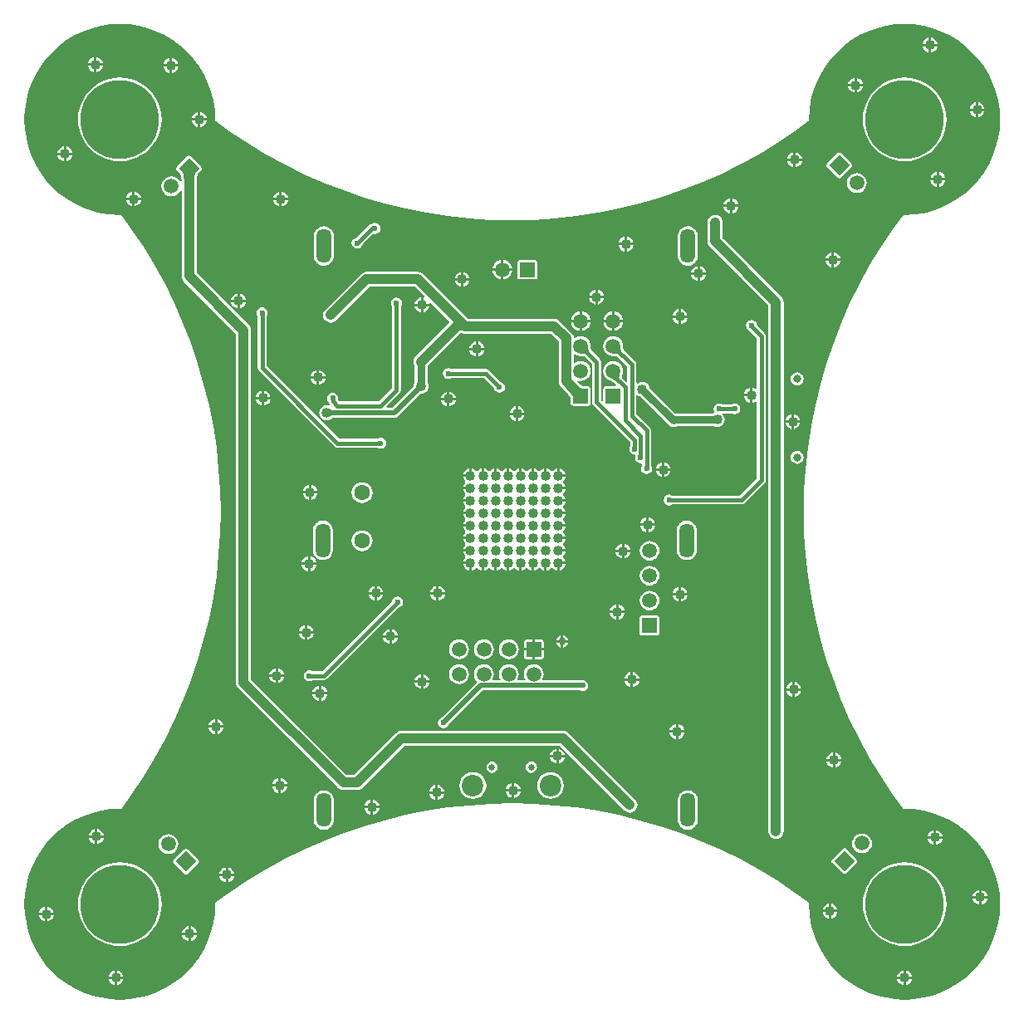
<source format=gbl>
G04 Layer_Physical_Order=2*
G04 Layer_Color=16711680*
%FSLAX25Y25*%
%MOIN*%
G70*
G01*
G75*
%ADD34C,0.02000*%
%ADD35C,0.01500*%
%ADD37C,0.03000*%
%ADD38C,0.04000*%
%ADD40C,0.04000*%
%ADD41C,0.05905*%
%ADD42P,0.08352X4X270.0*%
%ADD43P,0.08352X4X360.0*%
%ADD44R,0.05905X0.05905*%
%ADD45R,0.05905X0.05905*%
%ADD46C,0.08661*%
%ADD47C,0.06299*%
%ADD48O,0.05905X0.13780*%
%ADD49C,0.03000*%
%ADD50C,0.02362*%
%ADD51C,0.03150*%
%ADD52C,0.02559*%
%ADD53C,0.31496*%
G36*
X39867Y392622D02*
X43126Y392462D01*
X46845Y391911D01*
X50493Y390997D01*
X54033Y389730D01*
X57432Y388123D01*
X60657Y386190D01*
X63678Y383950D01*
X66464Y381424D01*
X68989Y378638D01*
X71229Y375618D01*
X73162Y372393D01*
X74770Y368994D01*
X76036Y365453D01*
X76950Y361806D01*
X77502Y358086D01*
X77683Y354398D01*
X77670Y354331D01*
X77751Y353921D01*
X77983Y353574D01*
X78103Y353481D01*
X78103Y353481D01*
X83312Y349662D01*
X90493Y344864D01*
X97877Y340384D01*
X105448Y336229D01*
X113194Y332410D01*
X121099Y328931D01*
X129148Y325801D01*
X137326Y323025D01*
X145618Y320608D01*
X154007Y318556D01*
X162477Y316871D01*
X171013Y315557D01*
X179598Y314617D01*
X188216Y314052D01*
X196850Y313863D01*
X205485Y314052D01*
X214103Y314617D01*
X222688Y315557D01*
X231224Y316871D01*
X239694Y318556D01*
X248083Y320608D01*
X256374Y323025D01*
X264552Y325801D01*
X272602Y328931D01*
X280507Y332410D01*
X288252Y336229D01*
X295824Y340384D01*
X303207Y344864D01*
X310388Y349662D01*
X315598Y353481D01*
X315598Y353481D01*
X315718Y353574D01*
X315950Y353921D01*
X316031Y354331D01*
X316018Y354398D01*
X316199Y358086D01*
X316751Y361806D01*
X317664Y365453D01*
X318931Y368994D01*
X320539Y372393D01*
X322472Y375618D01*
X324712Y378638D01*
X327237Y381424D01*
X330023Y383950D01*
X333043Y386190D01*
X336269Y388123D01*
X339668Y389730D01*
X343208Y390997D01*
X346856Y391911D01*
X350575Y392462D01*
X353834Y392622D01*
X354331Y392630D01*
D01*
X354822Y392623D01*
X358086Y392462D01*
X361806Y391911D01*
X365453Y390997D01*
X368994Y389730D01*
X372393Y388123D01*
X375618Y386190D01*
X378638Y383950D01*
X381424Y381424D01*
X383950Y378638D01*
X386190Y375618D01*
X388123Y372393D01*
X389730Y368994D01*
X390997Y365453D01*
X391911Y361806D01*
X392462Y358086D01*
X392623Y354822D01*
X392630Y354331D01*
D01*
X392622Y353834D01*
X392462Y350575D01*
X391911Y346856D01*
X390997Y343208D01*
X389730Y339668D01*
X388123Y336269D01*
X386190Y333043D01*
X383950Y330023D01*
X381424Y327237D01*
X378638Y324712D01*
X375618Y322472D01*
X372393Y320539D01*
X368994Y318931D01*
X365453Y317664D01*
X361806Y316751D01*
X358086Y316199D01*
X354398Y316018D01*
X354331Y316031D01*
X353921Y315950D01*
X353574Y315718D01*
X353481Y315598D01*
X353481Y315598D01*
X349662Y310388D01*
X344864Y303207D01*
X340384Y295824D01*
X336229Y288252D01*
X332410Y280507D01*
X328931Y272602D01*
X325801Y264552D01*
X323025Y256374D01*
X320608Y248083D01*
X318556Y239694D01*
X316871Y231224D01*
X315557Y222688D01*
X314617Y214103D01*
X314052Y205485D01*
X313863Y196850D01*
X314052Y188216D01*
X314617Y179598D01*
X315557Y171013D01*
X316871Y162477D01*
X318556Y154007D01*
X320608Y145618D01*
X323025Y137326D01*
X325801Y129148D01*
X328931Y121099D01*
X332410Y113194D01*
X336229Y105448D01*
X340384Y97877D01*
X344864Y90493D01*
X349662Y83312D01*
X353481Y78103D01*
X353481Y78103D01*
X353574Y77983D01*
X353921Y77751D01*
X354331Y77670D01*
X354398Y77683D01*
X358086Y77502D01*
X361806Y76950D01*
X365453Y76036D01*
X368994Y74770D01*
X372393Y73162D01*
X375618Y71229D01*
X378638Y68989D01*
X381424Y66464D01*
X383950Y63678D01*
X386190Y60657D01*
X388123Y57432D01*
X389730Y54033D01*
X390997Y50493D01*
X391911Y46845D01*
X392462Y43126D01*
X392622Y39867D01*
X392630Y39370D01*
D01*
X392623Y38879D01*
X392462Y35614D01*
X391911Y31895D01*
X390997Y28247D01*
X389730Y24707D01*
X388123Y21308D01*
X386190Y18083D01*
X383950Y15063D01*
X381424Y12276D01*
X378638Y9751D01*
X375618Y7511D01*
X372393Y5578D01*
X368994Y3971D01*
X365453Y2704D01*
X361806Y1790D01*
X358086Y1238D01*
X354822Y1078D01*
X354331Y1071D01*
D01*
X353834Y1078D01*
X350575Y1238D01*
X346856Y1790D01*
X343208Y2704D01*
X339668Y3971D01*
X336269Y5578D01*
X333043Y7511D01*
X330023Y9751D01*
X327237Y12276D01*
X324712Y15063D01*
X322472Y18083D01*
X320539Y21308D01*
X318931Y24707D01*
X317664Y28247D01*
X316751Y31895D01*
X316199Y35614D01*
X316018Y39303D01*
X316031Y39370D01*
X315950Y39780D01*
X315718Y40127D01*
X315598Y40219D01*
X315598Y40219D01*
X310388Y44039D01*
X303207Y48837D01*
X295824Y53317D01*
X288252Y57471D01*
X280507Y61291D01*
X272602Y64769D01*
X264552Y67900D01*
X256374Y70676D01*
X248083Y73092D01*
X239694Y75145D01*
X231224Y76830D01*
X222688Y78144D01*
X214103Y79084D01*
X205485Y79649D01*
X196850Y79837D01*
X188216Y79649D01*
X179598Y79084D01*
X171013Y78144D01*
X162477Y76830D01*
X154007Y75145D01*
X145618Y73092D01*
X137326Y70676D01*
X129148Y67900D01*
X121099Y64769D01*
X113194Y61291D01*
X105448Y57471D01*
X97877Y53317D01*
X90493Y48837D01*
X83312Y44039D01*
X78103Y40219D01*
X78103Y40219D01*
X77983Y40127D01*
X77751Y39780D01*
X77670Y39370D01*
X77683Y39303D01*
X77502Y35614D01*
X76950Y31895D01*
X76036Y28247D01*
X74770Y24707D01*
X73162Y21308D01*
X71229Y18083D01*
X68989Y15063D01*
X66464Y12276D01*
X63678Y9751D01*
X60657Y7511D01*
X57432Y5578D01*
X54033Y3971D01*
X50493Y2704D01*
X46845Y1790D01*
X43126Y1238D01*
X39867Y1078D01*
X39370Y1071D01*
D01*
X38879Y1078D01*
X35614Y1238D01*
X31895Y1790D01*
X28247Y2704D01*
X24707Y3971D01*
X21308Y5578D01*
X18083Y7511D01*
X15063Y9751D01*
X12276Y12276D01*
X9751Y15063D01*
X7511Y18083D01*
X5578Y21308D01*
X3971Y24707D01*
X2704Y28247D01*
X1790Y31895D01*
X1238Y35614D01*
X1078Y38879D01*
X1071Y39370D01*
D01*
X1078Y39867D01*
X1238Y43126D01*
X1790Y46845D01*
X2704Y50493D01*
X3971Y54033D01*
X5578Y57432D01*
X7511Y60657D01*
X9751Y63678D01*
X12276Y66464D01*
X15063Y68989D01*
X18083Y71229D01*
X21308Y73162D01*
X24707Y74770D01*
X28247Y76036D01*
X31895Y76950D01*
X35614Y77502D01*
X39303Y77683D01*
X39370Y77670D01*
X39780Y77751D01*
X40127Y77983D01*
X40219Y78103D01*
X40219Y78103D01*
X44039Y83312D01*
X48837Y90493D01*
X53317Y97877D01*
X57471Y105448D01*
X61291Y113194D01*
X64769Y121099D01*
X67900Y129148D01*
X70676Y137326D01*
X73092Y145618D01*
X75145Y154007D01*
X76830Y162477D01*
X78144Y171013D01*
X79084Y179598D01*
X79649Y188216D01*
X79837Y196850D01*
X79649Y205485D01*
X79084Y214103D01*
X78144Y222688D01*
X76830Y231224D01*
X75145Y239694D01*
X73092Y248083D01*
X70676Y256374D01*
X67900Y264552D01*
X64769Y272602D01*
X61291Y280507D01*
X57471Y288252D01*
X53317Y295824D01*
X48837Y303207D01*
X44039Y310388D01*
X40219Y315598D01*
X40219Y315598D01*
X40127Y315718D01*
X39780Y315950D01*
X39370Y316031D01*
X39303Y316018D01*
X35614Y316199D01*
X31895Y316751D01*
X28247Y317664D01*
X24707Y318931D01*
X21308Y320539D01*
X18083Y322472D01*
X15063Y324712D01*
X12276Y327237D01*
X9751Y330023D01*
X7511Y333043D01*
X5578Y336269D01*
X3971Y339668D01*
X2704Y343208D01*
X1790Y346856D01*
X1238Y350575D01*
X1078Y353834D01*
X1071Y354331D01*
D01*
X1078Y354822D01*
X1238Y358086D01*
X1790Y361806D01*
X2704Y365453D01*
X3971Y368994D01*
X5578Y372393D01*
X7511Y375618D01*
X9751Y378638D01*
X12276Y381424D01*
X15063Y383950D01*
X18083Y386190D01*
X21308Y388123D01*
X24707Y389730D01*
X28247Y390997D01*
X31895Y391911D01*
X35614Y392462D01*
X38879Y392623D01*
X39370Y392630D01*
D01*
X39867Y392622D01*
D02*
G37*
%LPC*%
G36*
X102862Y134062D02*
Y131602D01*
X105322D01*
X105285Y131886D01*
X104983Y132615D01*
X104502Y133242D01*
X103875Y133723D01*
X103145Y134025D01*
X102862Y134062D01*
D02*
G37*
G36*
X150787Y162854D02*
X149936Y162685D01*
X149215Y162202D01*
X148733Y161481D01*
X148638Y161004D01*
X120521Y132887D01*
X116610D01*
X116205Y133157D01*
X115354Y133326D01*
X114503Y133157D01*
X113782Y132675D01*
X113300Y131953D01*
X113130Y131102D01*
X113300Y130251D01*
X113782Y129530D01*
X114503Y129048D01*
X115354Y128878D01*
X116205Y129048D01*
X116610Y129318D01*
X121260D01*
X121943Y129454D01*
X122521Y129841D01*
X151161Y158481D01*
X151638Y158575D01*
X152360Y159057D01*
X152842Y159779D01*
X153011Y160630D01*
X152842Y161481D01*
X152360Y162202D01*
X151638Y162685D01*
X150787Y162854D01*
D02*
G37*
G36*
X185512Y145719D02*
X184480Y145583D01*
X183518Y145185D01*
X182693Y144551D01*
X182059Y143726D01*
X181661Y142764D01*
X181525Y141732D01*
X181661Y140700D01*
X182059Y139739D01*
X182693Y138913D01*
X183518Y138280D01*
X184480Y137881D01*
X185512Y137745D01*
X186544Y137881D01*
X187505Y138280D01*
X188331Y138913D01*
X188964Y139739D01*
X189363Y140700D01*
X189499Y141732D01*
X189363Y142764D01*
X188964Y143726D01*
X188331Y144551D01*
X187505Y145185D01*
X186544Y145583D01*
X185512Y145719D01*
D02*
G37*
G36*
X175512D02*
X174480Y145583D01*
X173518Y145185D01*
X172693Y144551D01*
X172059Y143726D01*
X171661Y142764D01*
X171525Y141732D01*
X171661Y140700D01*
X172059Y139739D01*
X172693Y138913D01*
X173518Y138280D01*
X174480Y137881D01*
X175512Y137745D01*
X176544Y137881D01*
X177505Y138280D01*
X178331Y138913D01*
X178964Y139739D01*
X179363Y140700D01*
X179499Y141732D01*
X179363Y142764D01*
X178964Y143726D01*
X178331Y144551D01*
X177505Y145185D01*
X176544Y145583D01*
X175512Y145719D01*
D02*
G37*
G36*
X244382Y132488D02*
X244099Y132450D01*
X243369Y132148D01*
X242742Y131667D01*
X242261Y131041D01*
X241959Y130311D01*
X241922Y130028D01*
X244382D01*
Y132488D01*
D02*
G37*
G36*
X161130Y131700D02*
Y129240D01*
X163590D01*
X163553Y129523D01*
X163250Y130253D01*
X162770Y130880D01*
X162143Y131361D01*
X161413Y131663D01*
X161130Y131700D01*
D02*
G37*
G36*
X101862Y134062D02*
X101579Y134025D01*
X100849Y133723D01*
X100223Y133242D01*
X99742Y132615D01*
X99439Y131886D01*
X99402Y131602D01*
X101862D01*
Y134062D01*
D02*
G37*
G36*
X245382Y132488D02*
Y130028D01*
X247842D01*
X247805Y130311D01*
X247502Y131041D01*
X247022Y131667D01*
X246395Y132148D01*
X245665Y132450D01*
X245382Y132488D01*
D02*
G37*
G36*
X195512Y145719D02*
X194480Y145583D01*
X193518Y145185D01*
X192693Y144551D01*
X192059Y143726D01*
X191661Y142764D01*
X191525Y141732D01*
X191661Y140700D01*
X192059Y139739D01*
X192693Y138913D01*
X193518Y138280D01*
X194480Y137881D01*
X195512Y137745D01*
X196544Y137881D01*
X197505Y138280D01*
X198331Y138913D01*
X198965Y139739D01*
X199363Y140700D01*
X199499Y141732D01*
X199363Y142764D01*
X198965Y143726D01*
X198331Y144551D01*
X197505Y145185D01*
X196544Y145583D01*
X195512Y145719D01*
D02*
G37*
G36*
X147531Y146350D02*
X145071D01*
X145109Y146067D01*
X145411Y145337D01*
X145892Y144711D01*
X146519Y144230D01*
X147248Y143928D01*
X147531Y143890D01*
Y146350D01*
D02*
G37*
G36*
X219379Y144382D02*
X217429D01*
Y142432D01*
X217905Y142527D01*
X218731Y143079D01*
X219284Y143906D01*
X219379Y144382D01*
D02*
G37*
G36*
X216429Y147331D02*
X215954Y147237D01*
X215127Y146684D01*
X214574Y145857D01*
X214480Y145382D01*
X216429D01*
Y147331D01*
D02*
G37*
G36*
X150992Y146350D02*
X148531D01*
Y143890D01*
X148815Y143928D01*
X149544Y144230D01*
X150171Y144711D01*
X150652Y145337D01*
X150954Y146067D01*
X150992Y146350D01*
D02*
G37*
G36*
X216429Y144382D02*
X214480D01*
X214574Y143906D01*
X215127Y143079D01*
X215954Y142527D01*
X216429Y142432D01*
Y144382D01*
D02*
G37*
G36*
X209484Y141232D02*
X206012D01*
Y137760D01*
X208465D01*
X208855Y137838D01*
X209186Y138059D01*
X209406Y138389D01*
X209484Y138779D01*
Y141232D01*
D02*
G37*
G36*
X205012D02*
X201539D01*
Y138779D01*
X201617Y138389D01*
X201838Y138059D01*
X202169Y137838D01*
X202559Y137760D01*
X205012D01*
Y141232D01*
D02*
G37*
G36*
X208465Y145705D02*
X206012D01*
Y142232D01*
X209484D01*
Y144685D01*
X209406Y145075D01*
X209186Y145406D01*
X208855Y145627D01*
X208465Y145705D01*
D02*
G37*
G36*
X205012D02*
X202559D01*
X202169Y145627D01*
X201838Y145406D01*
X201617Y145075D01*
X201539Y144685D01*
Y142232D01*
X205012D01*
Y145705D01*
D02*
G37*
G36*
X160130Y131700D02*
X159847Y131663D01*
X159117Y131361D01*
X158490Y130880D01*
X158009Y130253D01*
X157707Y129523D01*
X157670Y129240D01*
X160130D01*
Y131700D01*
D02*
G37*
G36*
X312803Y125091D02*
X310343D01*
Y122631D01*
X310626Y122668D01*
X311355Y122970D01*
X311982Y123451D01*
X312463Y124078D01*
X312765Y124807D01*
X312803Y125091D01*
D02*
G37*
G36*
X309343D02*
X306883D01*
X306920Y124807D01*
X307222Y124078D01*
X307703Y123451D01*
X308330Y122970D01*
X309059Y122668D01*
X309343Y122631D01*
Y125091D01*
D02*
G37*
G36*
X120185Y126976D02*
Y124516D01*
X122645D01*
X122608Y124799D01*
X122306Y125529D01*
X121825Y126155D01*
X121198Y126636D01*
X120468Y126938D01*
X120185Y126976D01*
D02*
G37*
G36*
X119185D02*
X118902Y126938D01*
X118172Y126636D01*
X117545Y126155D01*
X117064Y125529D01*
X116762Y124799D01*
X116725Y124516D01*
X119185D01*
Y126976D01*
D02*
G37*
G36*
X122645Y123516D02*
X120185D01*
Y121056D01*
X120468Y121093D01*
X121198Y121395D01*
X121825Y121876D01*
X122306Y122503D01*
X122608Y123233D01*
X122645Y123516D01*
D02*
G37*
G36*
X77453Y113590D02*
X77170Y113553D01*
X76440Y113250D01*
X75813Y112770D01*
X75332Y112143D01*
X75030Y111413D01*
X74993Y111130D01*
X77453D01*
Y113590D01*
D02*
G37*
G36*
X263492Y111621D02*
Y109161D01*
X265952D01*
X265915Y109445D01*
X265613Y110174D01*
X265132Y110801D01*
X264505Y111282D01*
X263775Y111584D01*
X263492Y111621D01*
D02*
G37*
G36*
X119185Y123516D02*
X116725D01*
X116762Y123233D01*
X117064Y122503D01*
X117545Y121876D01*
X118172Y121395D01*
X118902Y121093D01*
X119185Y121056D01*
Y123516D01*
D02*
G37*
G36*
X78453Y113590D02*
Y111130D01*
X80913D01*
X80875Y111413D01*
X80573Y112143D01*
X80092Y112770D01*
X79466Y113250D01*
X78736Y113553D01*
X78453Y113590D01*
D02*
G37*
G36*
X160130Y128240D02*
X157670D01*
X157707Y127957D01*
X158009Y127227D01*
X158490Y126601D01*
X159117Y126120D01*
X159847Y125817D01*
X160130Y125780D01*
Y128240D01*
D02*
G37*
G36*
X101862Y130602D02*
X99402D01*
X99439Y130319D01*
X99742Y129589D01*
X100223Y128963D01*
X100849Y128482D01*
X101579Y128180D01*
X101862Y128142D01*
Y130602D01*
D02*
G37*
G36*
X175512Y135719D02*
X174480Y135583D01*
X173518Y135185D01*
X172693Y134551D01*
X172059Y133726D01*
X171661Y132764D01*
X171525Y131732D01*
X171661Y130700D01*
X172059Y129739D01*
X172693Y128913D01*
X173518Y128280D01*
X174480Y127881D01*
X175512Y127745D01*
X176544Y127881D01*
X177505Y128280D01*
X178331Y128913D01*
X178964Y129739D01*
X179363Y130700D01*
X179499Y131732D01*
X179363Y132764D01*
X178964Y133726D01*
X178331Y134551D01*
X177505Y135185D01*
X176544Y135583D01*
X175512Y135719D01*
D02*
G37*
G36*
X205512D02*
X204480Y135583D01*
X203518Y135185D01*
X202693Y134551D01*
X202059Y133726D01*
X201661Y132764D01*
X201525Y131732D01*
X201661Y130700D01*
X202059Y129739D01*
X202125Y129653D01*
X201904Y129204D01*
X199120D01*
X198899Y129653D01*
X198965Y129739D01*
X199363Y130700D01*
X199499Y131732D01*
X199363Y132764D01*
X198965Y133726D01*
X198331Y134551D01*
X197505Y135185D01*
X196544Y135583D01*
X195512Y135719D01*
X194480Y135583D01*
X193518Y135185D01*
X192693Y134551D01*
X192059Y133726D01*
X191661Y132764D01*
X191525Y131732D01*
X191661Y130700D01*
X192059Y129739D01*
X192125Y129653D01*
X191904Y129204D01*
X189120D01*
X188899Y129653D01*
X188964Y129739D01*
X189363Y130700D01*
X189499Y131732D01*
X189363Y132764D01*
X188964Y133726D01*
X188331Y134551D01*
X187505Y135185D01*
X186544Y135583D01*
X185512Y135719D01*
X184480Y135583D01*
X183518Y135185D01*
X182693Y134551D01*
X182059Y133726D01*
X181661Y132764D01*
X181525Y131732D01*
X181661Y130700D01*
X182059Y129739D01*
X182583Y129057D01*
X182681Y128861D01*
X182576Y128373D01*
X168467Y114265D01*
X168440Y114259D01*
X167719Y113777D01*
X167237Y113056D01*
X167068Y112205D01*
X167237Y111354D01*
X167719Y110632D01*
X168440Y110150D01*
X169291Y109981D01*
X170142Y110150D01*
X170864Y110632D01*
X171346Y111354D01*
X171351Y111381D01*
X185097Y125126D01*
X224323D01*
X224346Y125111D01*
X225197Y124942D01*
X226048Y125111D01*
X226769Y125593D01*
X227251Y126314D01*
X227421Y127165D01*
X227251Y128016D01*
X226769Y128738D01*
X226048Y129220D01*
X225197Y129389D01*
X224346Y129220D01*
X224323Y129204D01*
X209120D01*
X208899Y129653D01*
X208964Y129739D01*
X209363Y130700D01*
X209499Y131732D01*
X209363Y132764D01*
X208964Y133726D01*
X208331Y134551D01*
X207505Y135185D01*
X206544Y135583D01*
X205512Y135719D01*
D02*
G37*
G36*
X105322Y130602D02*
X102862D01*
Y128142D01*
X103145Y128180D01*
X103875Y128482D01*
X104502Y128963D01*
X104983Y129589D01*
X105285Y130319D01*
X105322Y130602D01*
D02*
G37*
G36*
X247842Y129028D02*
X245382D01*
Y126567D01*
X245665Y126605D01*
X246395Y126907D01*
X247022Y127388D01*
X247502Y128015D01*
X247805Y128744D01*
X247842Y129028D01*
D02*
G37*
G36*
X309343Y128551D02*
X309059Y128513D01*
X308330Y128211D01*
X307703Y127730D01*
X307222Y127103D01*
X306920Y126374D01*
X306883Y126091D01*
X309343D01*
Y128551D01*
D02*
G37*
G36*
X163590Y128240D02*
X161130D01*
Y125780D01*
X161413Y125817D01*
X162143Y126120D01*
X162770Y126601D01*
X163250Y127227D01*
X163553Y127957D01*
X163590Y128240D01*
D02*
G37*
G36*
X244382Y129028D02*
X241922D01*
X241959Y128744D01*
X242261Y128015D01*
X242742Y127388D01*
X243369Y126907D01*
X244099Y126605D01*
X244382Y126567D01*
Y129028D01*
D02*
G37*
G36*
X310343Y128551D02*
Y126091D01*
X312803D01*
X312765Y126374D01*
X312463Y127103D01*
X311982Y127730D01*
X311355Y128211D01*
X310626Y128513D01*
X310343Y128551D01*
D02*
G37*
G36*
X114854Y175484D02*
X112394D01*
X112432Y175201D01*
X112734Y174471D01*
X113215Y173845D01*
X113841Y173364D01*
X114571Y173062D01*
X114854Y173024D01*
Y175484D01*
D02*
G37*
G36*
X251969Y175247D02*
X250937Y175111D01*
X249975Y174713D01*
X249149Y174079D01*
X248516Y173253D01*
X248117Y172292D01*
X247982Y171260D01*
X248117Y170228D01*
X248516Y169266D01*
X249149Y168441D01*
X249975Y167807D01*
X250937Y167409D01*
X251969Y167273D01*
X253000Y167409D01*
X253962Y167807D01*
X254788Y168441D01*
X255421Y169266D01*
X255820Y170228D01*
X255955Y171260D01*
X255820Y172292D01*
X255421Y173253D01*
X254788Y174079D01*
X253962Y174713D01*
X253000Y175111D01*
X251969Y175247D01*
D02*
G37*
G36*
X179601Y175799D02*
X177141D01*
X177178Y175516D01*
X177481Y174786D01*
X177962Y174160D01*
X178588Y173679D01*
X179318Y173376D01*
X179601Y173339D01*
Y175799D01*
D02*
G37*
G36*
X118314Y175484D02*
X115854D01*
Y173024D01*
X116138Y173062D01*
X116867Y173364D01*
X117494Y173845D01*
X117975Y174471D01*
X118277Y175201D01*
X118314Y175484D01*
D02*
G37*
G36*
X167429Y167133D02*
Y164673D01*
X169889D01*
X169852Y164956D01*
X169550Y165686D01*
X169069Y166313D01*
X168442Y166794D01*
X167712Y167096D01*
X167429Y167133D01*
D02*
G37*
G36*
X141626D02*
X141343Y167096D01*
X140613Y166794D01*
X139986Y166313D01*
X139506Y165686D01*
X139203Y164956D01*
X139166Y164673D01*
X141626D01*
Y167133D01*
D02*
G37*
G36*
X264673Y166740D02*
Y164279D01*
X267133D01*
X267096Y164563D01*
X266794Y165293D01*
X266313Y165919D01*
X265686Y166400D01*
X264956Y166702D01*
X264673Y166740D01*
D02*
G37*
G36*
X166429Y167133D02*
X166146Y167096D01*
X165416Y166794D01*
X164789Y166313D01*
X164309Y165686D01*
X164006Y164956D01*
X163969Y164673D01*
X166429D01*
Y167133D01*
D02*
G37*
G36*
X142626D02*
Y164673D01*
X145086D01*
X145049Y164956D01*
X144746Y165686D01*
X144266Y166313D01*
X143639Y166794D01*
X142909Y167096D01*
X142626Y167133D01*
D02*
G37*
G36*
X218258Y175799D02*
X215798D01*
Y173339D01*
X216081Y173376D01*
X216811Y173679D01*
X217438Y174160D01*
X217919Y174786D01*
X218221Y175516D01*
X218258Y175799D01*
D02*
G37*
G36*
X240839Y184062D02*
X240555Y184025D01*
X239826Y183723D01*
X239199Y183242D01*
X238718Y182615D01*
X238416Y181886D01*
X238379Y181602D01*
X240839D01*
Y184062D01*
D02*
G37*
G36*
X136614Y189422D02*
X135531Y189279D01*
X134521Y188861D01*
X133655Y188196D01*
X132990Y187329D01*
X132571Y186319D01*
X132429Y185236D01*
X132571Y184153D01*
X132990Y183143D01*
X133655Y182277D01*
X134521Y181612D01*
X135531Y181193D01*
X136614Y181051D01*
X137697Y181193D01*
X138707Y181612D01*
X139574Y182277D01*
X140239Y183143D01*
X140657Y184153D01*
X140800Y185236D01*
X140657Y186319D01*
X140239Y187329D01*
X139574Y188196D01*
X138707Y188861D01*
X137697Y189279D01*
X136614Y189422D01*
D02*
G37*
G36*
X250681Y191232D02*
X248221D01*
X248258Y190949D01*
X248561Y190219D01*
X249042Y189593D01*
X249668Y189112D01*
X250398Y188810D01*
X250681Y188772D01*
Y191232D01*
D02*
G37*
G36*
X241839Y184062D02*
Y181602D01*
X244299D01*
X244261Y181886D01*
X243959Y182615D01*
X243478Y183242D01*
X242851Y183723D01*
X242122Y184025D01*
X241839Y184062D01*
D02*
G37*
G36*
X244299Y180602D02*
X241839D01*
Y178142D01*
X242122Y178180D01*
X242851Y178482D01*
X243478Y178963D01*
X243959Y179589D01*
X244261Y180319D01*
X244299Y180602D01*
D02*
G37*
G36*
X115854Y178944D02*
Y176484D01*
X118314D01*
X118277Y176767D01*
X117975Y177497D01*
X117494Y178124D01*
X116867Y178605D01*
X116138Y178907D01*
X115854Y178944D01*
D02*
G37*
G36*
X114854D02*
X114571Y178907D01*
X113841Y178605D01*
X113215Y178124D01*
X112734Y177497D01*
X112432Y176767D01*
X112394Y176484D01*
X114854D01*
Y178944D01*
D02*
G37*
G36*
X240839Y180602D02*
X238379D01*
X238416Y180319D01*
X238718Y179589D01*
X239199Y178963D01*
X239826Y178482D01*
X240555Y178180D01*
X240839Y178142D01*
Y180602D01*
D02*
G37*
G36*
X251969Y185247D02*
X250937Y185111D01*
X249975Y184713D01*
X249149Y184079D01*
X248516Y183253D01*
X248117Y182292D01*
X247982Y181260D01*
X248117Y180228D01*
X248516Y179266D01*
X249149Y178441D01*
X249975Y177807D01*
X250937Y177409D01*
X251969Y177273D01*
X253000Y177409D01*
X253962Y177807D01*
X254788Y178441D01*
X255421Y179266D01*
X255820Y180228D01*
X255955Y181260D01*
X255820Y182292D01*
X255421Y183253D01*
X254788Y184079D01*
X253962Y184713D01*
X253000Y185111D01*
X251969Y185247D01*
D02*
G37*
G36*
X263673Y166740D02*
X263390Y166702D01*
X262660Y166400D01*
X262034Y165919D01*
X261553Y165293D01*
X261250Y164563D01*
X261213Y164279D01*
X263673D01*
Y166740D01*
D02*
G37*
G36*
X113673Y151385D02*
X113390Y151348D01*
X112660Y151046D01*
X112034Y150565D01*
X111553Y149938D01*
X111250Y149208D01*
X111213Y148925D01*
X113673D01*
Y151385D01*
D02*
G37*
G36*
X148531Y149811D02*
Y147350D01*
X150992D01*
X150954Y147634D01*
X150652Y148363D01*
X150171Y148990D01*
X149544Y149471D01*
X148815Y149773D01*
X148531Y149811D01*
D02*
G37*
G36*
X238476Y156193D02*
X236016D01*
X236054Y155910D01*
X236356Y155180D01*
X236837Y154553D01*
X237463Y154072D01*
X238193Y153770D01*
X238476Y153733D01*
Y156193D01*
D02*
G37*
G36*
X114673Y151385D02*
Y148925D01*
X117133D01*
X117096Y149208D01*
X116794Y149938D01*
X116313Y150565D01*
X115686Y151046D01*
X114956Y151348D01*
X114673Y151385D01*
D02*
G37*
G36*
X147531Y149811D02*
X147248Y149773D01*
X146519Y149471D01*
X145892Y148990D01*
X145411Y148363D01*
X145109Y147634D01*
X145071Y147350D01*
X147531D01*
Y149811D01*
D02*
G37*
G36*
X113673Y147925D02*
X111213D01*
X111250Y147642D01*
X111553Y146912D01*
X112034Y146286D01*
X112660Y145805D01*
X113390Y145502D01*
X113673Y145465D01*
Y147925D01*
D02*
G37*
G36*
X217429Y147331D02*
Y145382D01*
X219379D01*
X219284Y145857D01*
X218731Y146684D01*
X217905Y147237D01*
X217429Y147331D01*
D02*
G37*
G36*
X254921Y155232D02*
X249016D01*
X248626Y155155D01*
X248295Y154934D01*
X248074Y154603D01*
X247996Y154213D01*
Y148307D01*
X248074Y147917D01*
X248295Y147586D01*
X248626Y147365D01*
X249016Y147287D01*
X254921D01*
X255311Y147365D01*
X255642Y147586D01*
X255863Y147917D01*
X255941Y148307D01*
Y154213D01*
X255863Y154603D01*
X255642Y154934D01*
X255311Y155155D01*
X254921Y155232D01*
D02*
G37*
G36*
X117133Y147925D02*
X114673D01*
Y145465D01*
X114956Y145502D01*
X115686Y145805D01*
X116313Y146286D01*
X116794Y146912D01*
X117096Y147642D01*
X117133Y147925D01*
D02*
G37*
G36*
X241936Y156193D02*
X239476D01*
Y153733D01*
X239759Y153770D01*
X240489Y154072D01*
X241116Y154553D01*
X241597Y155180D01*
X241899Y155910D01*
X241936Y156193D01*
D02*
G37*
G36*
X145086Y163673D02*
X142626D01*
Y161213D01*
X142909Y161250D01*
X143639Y161553D01*
X144266Y162034D01*
X144746Y162660D01*
X145049Y163390D01*
X145086Y163673D01*
D02*
G37*
G36*
X141626D02*
X139166D01*
X139203Y163390D01*
X139506Y162660D01*
X139986Y162034D01*
X140613Y161553D01*
X141343Y161250D01*
X141626Y161213D01*
Y163673D01*
D02*
G37*
G36*
X169889D02*
X167429D01*
Y161213D01*
X167712Y161250D01*
X168442Y161553D01*
X169069Y162034D01*
X169550Y162660D01*
X169852Y163390D01*
X169889Y163673D01*
D02*
G37*
G36*
X166429D02*
X163969D01*
X164006Y163390D01*
X164309Y162660D01*
X164789Y162034D01*
X165416Y161553D01*
X166146Y161250D01*
X166429Y161213D01*
Y163673D01*
D02*
G37*
G36*
X267133Y163279D02*
X264673D01*
Y160819D01*
X264956Y160857D01*
X265686Y161159D01*
X266313Y161640D01*
X266794Y162267D01*
X267096Y162996D01*
X267133Y163279D01*
D02*
G37*
G36*
X239476Y159653D02*
Y157193D01*
X241936D01*
X241899Y157476D01*
X241597Y158206D01*
X241116Y158833D01*
X240489Y159313D01*
X239759Y159616D01*
X239476Y159653D01*
D02*
G37*
G36*
X238476D02*
X238193Y159616D01*
X237463Y159313D01*
X236837Y158833D01*
X236356Y158206D01*
X236054Y157476D01*
X236016Y157193D01*
X238476D01*
Y159653D01*
D02*
G37*
G36*
X263673Y163279D02*
X261213D01*
X261250Y162996D01*
X261553Y162267D01*
X262034Y161640D01*
X262660Y161159D01*
X263390Y160857D01*
X263673Y160819D01*
Y163279D01*
D02*
G37*
G36*
X251969Y165247D02*
X250937Y165111D01*
X249975Y164713D01*
X249149Y164079D01*
X248516Y163253D01*
X248117Y162292D01*
X247982Y161260D01*
X248117Y160228D01*
X248516Y159266D01*
X249149Y158441D01*
X249975Y157807D01*
X250937Y157409D01*
X251969Y157273D01*
X253000Y157409D01*
X253962Y157807D01*
X254788Y158441D01*
X255421Y159266D01*
X255820Y160228D01*
X255955Y161260D01*
X255820Y162292D01*
X255421Y163253D01*
X254788Y164079D01*
X253962Y164713D01*
X253000Y165111D01*
X251969Y165247D01*
D02*
G37*
G36*
X262492Y111621D02*
X262209Y111584D01*
X261479Y111282D01*
X260853Y110801D01*
X260372Y110174D01*
X260069Y109445D01*
X260032Y109161D01*
X262492D01*
Y111621D01*
D02*
G37*
G36*
X385146Y45086D02*
Y42626D01*
X387606D01*
X387568Y42909D01*
X387266Y43639D01*
X386785Y44266D01*
X386159Y44747D01*
X385429Y45049D01*
X385146Y45086D01*
D02*
G37*
G36*
X384146D02*
X383862Y45049D01*
X383133Y44747D01*
X382506Y44266D01*
X382025Y43639D01*
X381723Y42909D01*
X381686Y42626D01*
X384146D01*
Y45086D01*
D02*
G37*
G36*
X85243Y50681D02*
X82784D01*
Y48221D01*
X83067Y48258D01*
X83796Y48561D01*
X84423Y49042D01*
X84904Y49668D01*
X85206Y50398D01*
X85243Y50681D01*
D02*
G37*
G36*
X81783D02*
X79323D01*
X79361Y50398D01*
X79663Y49668D01*
X80144Y49042D01*
X80770Y48561D01*
X81500Y48258D01*
X81783Y48221D01*
Y50681D01*
D02*
G37*
G36*
X387606Y41626D02*
X385146D01*
Y39166D01*
X385429Y39203D01*
X386159Y39505D01*
X386785Y39986D01*
X387266Y40613D01*
X387568Y41343D01*
X387606Y41626D01*
D02*
G37*
G36*
X323909Y39574D02*
X323626Y39537D01*
X322897Y39235D01*
X322270Y38754D01*
X321789Y38127D01*
X321487Y37397D01*
X321449Y37114D01*
X323909D01*
Y39574D01*
D02*
G37*
G36*
X10343Y38393D02*
Y35933D01*
X12803D01*
X12765Y36216D01*
X12463Y36946D01*
X11982Y37573D01*
X11355Y38054D01*
X10626Y38356D01*
X10343Y38393D01*
D02*
G37*
G36*
X384146Y41626D02*
X381686D01*
X381723Y41343D01*
X382025Y40613D01*
X382506Y39986D01*
X383133Y39505D01*
X383862Y39203D01*
X384146Y39166D01*
Y41626D01*
D02*
G37*
G36*
X324909Y39574D02*
Y37114D01*
X327369D01*
X327332Y37397D01*
X327030Y38127D01*
X326549Y38754D01*
X325922Y39235D01*
X325193Y39537D01*
X324909Y39574D01*
D02*
G37*
G36*
X65959Y61667D02*
X65569Y61590D01*
X65238Y61369D01*
X61063Y57193D01*
X60842Y56862D01*
X60764Y56472D01*
X60842Y56082D01*
X61063Y55751D01*
X65238Y51575D01*
X65569Y51354D01*
X65959Y51277D01*
X66350Y51354D01*
X66680Y51575D01*
X70856Y55751D01*
X71077Y56082D01*
X71155Y56472D01*
X71077Y56862D01*
X70856Y57193D01*
X66680Y61369D01*
X66350Y61590D01*
X65959Y61667D01*
D02*
G37*
G36*
X369496Y65642D02*
X367035D01*
Y63182D01*
X367319Y63219D01*
X368048Y63521D01*
X368675Y64002D01*
X369156Y64629D01*
X369458Y65359D01*
X369496Y65642D01*
D02*
G37*
G36*
X366035D02*
X363575D01*
X363613Y65359D01*
X363915Y64629D01*
X364396Y64002D01*
X365022Y63521D01*
X365752Y63219D01*
X366035Y63182D01*
Y65642D01*
D02*
G37*
G36*
X32881Y66035D02*
X30421D01*
Y63575D01*
X30704Y63613D01*
X31434Y63915D01*
X32061Y64396D01*
X32542Y65022D01*
X32844Y65752D01*
X32881Y66035D01*
D02*
G37*
G36*
X29421D02*
X26961D01*
X26998Y65752D01*
X27301Y65022D01*
X27782Y64396D01*
X28408Y63915D01*
X29138Y63613D01*
X29421Y63575D01*
Y66035D01*
D02*
G37*
G36*
X337263Y67772D02*
X336232Y67636D01*
X335270Y67238D01*
X334444Y66605D01*
X333811Y65779D01*
X333413Y64817D01*
X333277Y63785D01*
X333413Y62753D01*
X333811Y61792D01*
X334444Y60966D01*
X335270Y60333D01*
X336232Y59934D01*
X337263Y59799D01*
X338295Y59934D01*
X339257Y60333D01*
X340083Y60966D01*
X340716Y61792D01*
X341114Y62753D01*
X341250Y63785D01*
X341114Y64817D01*
X340716Y65779D01*
X340083Y66605D01*
X339257Y67238D01*
X338295Y67636D01*
X337263Y67772D01*
D02*
G37*
G36*
X81783Y54141D02*
X81500Y54104D01*
X80770Y53802D01*
X80144Y53321D01*
X79663Y52694D01*
X79361Y51964D01*
X79323Y51681D01*
X81783D01*
Y54141D01*
D02*
G37*
G36*
X330192Y61910D02*
X329802Y61832D01*
X329471Y61611D01*
X325296Y57435D01*
X325075Y57104D01*
X324997Y56714D01*
X325075Y56324D01*
X325296Y55993D01*
X329471Y51817D01*
X329802Y51596D01*
X330192Y51519D01*
X330583Y51596D01*
X330913Y51817D01*
X335089Y55993D01*
X335310Y56324D01*
X335388Y56714D01*
X335310Y57104D01*
X335089Y57435D01*
X330913Y61611D01*
X330583Y61832D01*
X330192Y61910D01*
D02*
G37*
G36*
X58888Y67530D02*
X57856Y67394D01*
X56895Y66996D01*
X56069Y66362D01*
X55436Y65536D01*
X55037Y64575D01*
X54901Y63543D01*
X55037Y62511D01*
X55436Y61550D01*
X56069Y60724D01*
X56895Y60090D01*
X57856Y59692D01*
X58888Y59556D01*
X59920Y59692D01*
X60882Y60090D01*
X61707Y60724D01*
X62341Y61550D01*
X62739Y62511D01*
X62875Y63543D01*
X62739Y64575D01*
X62341Y65536D01*
X61707Y66362D01*
X60882Y66996D01*
X59920Y67394D01*
X58888Y67530D01*
D02*
G37*
G36*
X82784Y54141D02*
Y51681D01*
X85243D01*
X85206Y51964D01*
X84904Y52694D01*
X84423Y53321D01*
X83796Y53802D01*
X83067Y54104D01*
X82784Y54141D01*
D02*
G37*
G36*
X353831Y12803D02*
X353548Y12765D01*
X352818Y12463D01*
X352191Y11982D01*
X351710Y11355D01*
X351408Y10626D01*
X351371Y10343D01*
X353831D01*
Y12803D01*
D02*
G37*
G36*
X38295D02*
Y10343D01*
X40755D01*
X40718Y10626D01*
X40416Y11355D01*
X39935Y11982D01*
X39308Y12463D01*
X38578Y12765D01*
X38295Y12803D01*
D02*
G37*
G36*
X39370Y56154D02*
X37179Y56011D01*
X35026Y55582D01*
X32947Y54876D01*
X30978Y53905D01*
X29153Y52686D01*
X27502Y51238D01*
X26054Y49588D01*
X24835Y47762D01*
X23864Y45793D01*
X23158Y43714D01*
X22730Y41561D01*
X22586Y39370D01*
X22730Y37179D01*
X23158Y35026D01*
X23864Y32947D01*
X24835Y30978D01*
X26054Y29153D01*
X27502Y27502D01*
X29153Y26054D01*
X30978Y24835D01*
X32947Y23864D01*
X35026Y23158D01*
X37179Y22730D01*
X39370Y22586D01*
X41561Y22730D01*
X43714Y23158D01*
X45793Y23864D01*
X47762Y24835D01*
X49588Y26054D01*
X51238Y27502D01*
X52686Y29153D01*
X53905Y30978D01*
X54876Y32947D01*
X55582Y35026D01*
X56011Y37179D01*
X56154Y39370D01*
X56011Y41561D01*
X55582Y43714D01*
X54876Y45793D01*
X53905Y47762D01*
X52686Y49588D01*
X51238Y51238D01*
X49588Y52686D01*
X47762Y53905D01*
X45793Y54876D01*
X43714Y55582D01*
X41561Y56011D01*
X39370Y56154D01*
D02*
G37*
G36*
X354831Y12803D02*
Y10343D01*
X357291D01*
X357254Y10626D01*
X356951Y11355D01*
X356470Y11982D01*
X355844Y12463D01*
X355114Y12765D01*
X354831Y12803D01*
D02*
G37*
G36*
X37295D02*
X37012Y12765D01*
X36282Y12463D01*
X35656Y11982D01*
X35175Y11355D01*
X34872Y10626D01*
X34835Y10343D01*
X37295D01*
Y12803D01*
D02*
G37*
G36*
X40755Y9342D02*
X38295D01*
Y6882D01*
X38578Y6920D01*
X39308Y7222D01*
X39935Y7703D01*
X40416Y8330D01*
X40718Y9059D01*
X40755Y9342D01*
D02*
G37*
G36*
X37295D02*
X34835D01*
X34872Y9059D01*
X35175Y8330D01*
X35656Y7703D01*
X36282Y7222D01*
X37012Y6920D01*
X37295Y6882D01*
Y9342D01*
D02*
G37*
G36*
X357291D02*
X354831D01*
Y6882D01*
X355114Y6920D01*
X355844Y7222D01*
X356470Y7703D01*
X356951Y8330D01*
X357254Y9059D01*
X357291Y9342D01*
D02*
G37*
G36*
X353831D02*
X351371D01*
X351408Y9059D01*
X351710Y8330D01*
X352191Y7703D01*
X352818Y7222D01*
X353548Y6920D01*
X353831Y6882D01*
Y9342D01*
D02*
G37*
G36*
X354331Y56154D02*
X352140Y56011D01*
X349987Y55582D01*
X347908Y54876D01*
X345939Y53905D01*
X344113Y52686D01*
X342463Y51238D01*
X341015Y49588D01*
X339795Y47762D01*
X338824Y45793D01*
X338119Y43714D01*
X337690Y41561D01*
X337547Y39370D01*
X337690Y37179D01*
X338119Y35026D01*
X338824Y32947D01*
X339795Y30978D01*
X341015Y29153D01*
X342463Y27502D01*
X344113Y26054D01*
X345939Y24835D01*
X347908Y23864D01*
X349987Y23158D01*
X352140Y22730D01*
X354331Y22586D01*
X356522Y22730D01*
X358675Y23158D01*
X360754Y23864D01*
X362723Y24835D01*
X364548Y26054D01*
X366199Y27502D01*
X367646Y29153D01*
X368866Y30978D01*
X369837Y32947D01*
X370543Y35026D01*
X370971Y37179D01*
X371115Y39370D01*
X370971Y41561D01*
X370543Y43714D01*
X369837Y45793D01*
X368866Y47762D01*
X367646Y49588D01*
X366199Y51238D01*
X364548Y52686D01*
X362723Y53905D01*
X360754Y54876D01*
X358675Y55582D01*
X356522Y56011D01*
X354331Y56154D01*
D02*
G37*
G36*
X323909Y36114D02*
X321449D01*
X321487Y35831D01*
X321789Y35101D01*
X322270Y34475D01*
X322897Y33994D01*
X323626Y33691D01*
X323909Y33654D01*
Y36114D01*
D02*
G37*
G36*
X12803Y34933D02*
X10343D01*
Y32473D01*
X10626Y32510D01*
X11355Y32813D01*
X11982Y33293D01*
X12463Y33920D01*
X12765Y34650D01*
X12803Y34933D01*
D02*
G37*
G36*
X9342Y38393D02*
X9059Y38356D01*
X8330Y38054D01*
X7703Y37573D01*
X7222Y36946D01*
X6920Y36216D01*
X6882Y35933D01*
X9342D01*
Y38393D01*
D02*
G37*
G36*
X327369Y36114D02*
X324909D01*
Y33654D01*
X325193Y33691D01*
X325922Y33994D01*
X326549Y34475D01*
X327030Y35101D01*
X327332Y35831D01*
X327369Y36114D01*
D02*
G37*
G36*
X9342Y34933D02*
X6882D01*
X6920Y34650D01*
X7222Y33920D01*
X7703Y33293D01*
X8330Y32813D01*
X9059Y32510D01*
X9342Y32473D01*
Y34933D01*
D02*
G37*
G36*
X70283Y27059D02*
X67823D01*
Y24599D01*
X68106Y24636D01*
X68836Y24939D01*
X69463Y25419D01*
X69943Y26046D01*
X70246Y26776D01*
X70283Y27059D01*
D02*
G37*
G36*
X66823D02*
X64363D01*
X64400Y26776D01*
X64702Y26046D01*
X65183Y25419D01*
X65810Y24939D01*
X66540Y24636D01*
X66823Y24599D01*
Y27059D01*
D02*
G37*
G36*
X67823Y30519D02*
Y28059D01*
X70283D01*
X70246Y28342D01*
X69943Y29072D01*
X69463Y29699D01*
X68836Y30180D01*
X68106Y30482D01*
X67823Y30519D01*
D02*
G37*
G36*
X66823D02*
X66540Y30482D01*
X65810Y30180D01*
X65183Y29699D01*
X64702Y29072D01*
X64400Y28342D01*
X64363Y28059D01*
X66823D01*
Y30519D01*
D02*
G37*
G36*
X278346Y316018D02*
X277563Y315915D01*
X276834Y315613D01*
X276207Y315132D01*
X275726Y314505D01*
X275424Y313775D01*
X275321Y312992D01*
Y305512D01*
X275424Y304729D01*
X275726Y303999D01*
X276207Y303372D01*
X299730Y279849D01*
Y68504D01*
X299833Y67721D01*
X300135Y66991D01*
X300616Y66364D01*
X301243Y65883D01*
X301973Y65581D01*
X302756Y65478D01*
X303539Y65581D01*
X304269Y65883D01*
X304895Y66364D01*
X305376Y66991D01*
X305679Y67721D01*
X305782Y68504D01*
Y281102D01*
X305679Y281886D01*
X305376Y282615D01*
X304895Y283242D01*
X281372Y306765D01*
Y312992D01*
X281269Y313775D01*
X280967Y314505D01*
X280486Y315132D01*
X279859Y315613D01*
X279130Y315915D01*
X278346Y316018D01*
D02*
G37*
G36*
X204528Y96757D02*
X203638Y96580D01*
X202884Y96077D01*
X202380Y95323D01*
X202203Y94433D01*
X202380Y93544D01*
X202884Y92790D01*
X203638Y92286D01*
X204528Y92109D01*
X205417Y92286D01*
X206171Y92790D01*
X206675Y93544D01*
X206852Y94433D01*
X206675Y95323D01*
X206171Y96077D01*
X205417Y96580D01*
X204528Y96757D01*
D02*
G37*
G36*
X188779D02*
X187890Y96580D01*
X187136Y96077D01*
X186632Y95323D01*
X186455Y94433D01*
X186632Y93544D01*
X187136Y92790D01*
X187890Y92286D01*
X188779Y92109D01*
X189669Y92286D01*
X190423Y92790D01*
X190927Y93544D01*
X191104Y94433D01*
X190927Y95323D01*
X190423Y96077D01*
X189669Y96580D01*
X188779Y96757D01*
D02*
G37*
G36*
X328944Y96744D02*
X326484D01*
Y94284D01*
X326767Y94321D01*
X327497Y94624D01*
X328124Y95104D01*
X328605Y95731D01*
X328907Y96461D01*
X328944Y96744D01*
D02*
G37*
G36*
X325484D02*
X323024D01*
X323061Y96461D01*
X323364Y95731D01*
X323845Y95104D01*
X324471Y94624D01*
X325201Y94321D01*
X325484Y94284D01*
Y96744D01*
D02*
G37*
G36*
X104043Y89968D02*
Y87508D01*
X106503D01*
X106466Y87791D01*
X106164Y88521D01*
X105683Y89148D01*
X105056Y89628D01*
X104326Y89931D01*
X104043Y89968D01*
D02*
G37*
G36*
X196744Y87999D02*
X196461Y87962D01*
X195731Y87660D01*
X195105Y87179D01*
X194624Y86552D01*
X194321Y85822D01*
X194284Y85539D01*
X196744D01*
Y87999D01*
D02*
G37*
G36*
X267456Y85092D02*
X267356Y85085D01*
X267323Y85089D01*
X267290Y85085D01*
X267190Y85092D01*
X266419Y84990D01*
X266324Y84958D01*
X266291Y84953D01*
X266260Y84941D01*
X266162Y84921D01*
X265443Y84624D01*
X265360Y84568D01*
X265329Y84555D01*
X265303Y84535D01*
X265213Y84491D01*
X264596Y84017D01*
X264530Y83942D01*
X264504Y83921D01*
X264483Y83895D01*
X264408Y83829D01*
X263935Y83212D01*
X263890Y83122D01*
X263870Y83096D01*
X263857Y83065D01*
X263802Y82982D01*
X263504Y82263D01*
X263485Y82165D01*
X263472Y82134D01*
X263468Y82101D01*
X263435Y82006D01*
X263334Y81235D01*
X263338Y81168D01*
X263325Y81102D01*
Y73228D01*
X263338Y73162D01*
X263334Y73095D01*
X263435Y72324D01*
X263468Y72229D01*
X263472Y72197D01*
X263485Y72166D01*
X263504Y72067D01*
X263802Y71349D01*
X263857Y71266D01*
X263870Y71235D01*
X263890Y71209D01*
X263935Y71118D01*
X264408Y70502D01*
X264483Y70436D01*
X264504Y70409D01*
X264530Y70389D01*
X264596Y70314D01*
X265213Y69840D01*
X265303Y69796D01*
X265329Y69776D01*
X265360Y69763D01*
X265443Y69707D01*
X266162Y69410D01*
X266260Y69390D01*
X266291Y69377D01*
X266324Y69373D01*
X266419Y69341D01*
X267190Y69239D01*
X267290Y69246D01*
X267323Y69241D01*
X267356Y69246D01*
X267456Y69239D01*
X268227Y69341D01*
X268322Y69373D01*
X268355Y69377D01*
X268385Y69390D01*
X268484Y69410D01*
X269202Y69707D01*
X269286Y69763D01*
X269316Y69776D01*
X269343Y69796D01*
X269433Y69840D01*
X270049Y70314D01*
X270116Y70389D01*
X270142Y70409D01*
X270162Y70436D01*
X270238Y70502D01*
X270711Y71118D01*
X270755Y71209D01*
X270776Y71235D01*
X270788Y71266D01*
X270844Y71349D01*
X271142Y72067D01*
X271161Y72166D01*
X271174Y72197D01*
X271178Y72229D01*
X271210Y72324D01*
X271312Y73095D01*
X271307Y73162D01*
X271321Y73228D01*
Y81102D01*
X271307Y81168D01*
X271312Y81235D01*
X271210Y82006D01*
X271178Y82101D01*
X271174Y82134D01*
X271161Y82165D01*
X271142Y82263D01*
X270844Y82982D01*
X270788Y83065D01*
X270776Y83096D01*
X270755Y83122D01*
X270711Y83212D01*
X270238Y83829D01*
X270162Y83895D01*
X270142Y83921D01*
X270116Y83942D01*
X270049Y84017D01*
X269433Y84491D01*
X269343Y84535D01*
X269316Y84555D01*
X269286Y84568D01*
X269202Y84624D01*
X268484Y84921D01*
X268385Y84941D01*
X268355Y84953D01*
X268322Y84958D01*
X268227Y84990D01*
X267456Y85092D01*
D02*
G37*
G36*
X103043Y89968D02*
X102760Y89931D01*
X102030Y89628D01*
X101404Y89148D01*
X100923Y88521D01*
X100620Y87791D01*
X100583Y87508D01*
X103043D01*
Y89968D01*
D02*
G37*
G36*
X197744Y87999D02*
Y85539D01*
X200204D01*
X200167Y85822D01*
X199865Y86552D01*
X199384Y87179D01*
X198757Y87660D01*
X198027Y87962D01*
X197744Y87999D01*
D02*
G37*
G36*
X214461Y98319D02*
X212001D01*
X212038Y98036D01*
X212340Y97306D01*
X212821Y96679D01*
X213448Y96198D01*
X214177Y95896D01*
X214461Y95859D01*
Y98319D01*
D02*
G37*
G36*
X265952Y108161D02*
X263492D01*
Y105701D01*
X263775Y105739D01*
X264505Y106041D01*
X265132Y106522D01*
X265613Y107149D01*
X265915Y107878D01*
X265952Y108161D01*
D02*
G37*
G36*
X262492D02*
X260032D01*
X260069Y107878D01*
X260372Y107149D01*
X260853Y106522D01*
X261479Y106041D01*
X262209Y105739D01*
X262492Y105701D01*
Y108161D01*
D02*
G37*
G36*
X80913Y110130D02*
X78453D01*
Y107670D01*
X78736Y107707D01*
X79466Y108009D01*
X80092Y108490D01*
X80573Y109117D01*
X80875Y109847D01*
X80913Y110130D01*
D02*
G37*
G36*
X77453D02*
X74993D01*
X75030Y109847D01*
X75332Y109117D01*
X75813Y108490D01*
X76440Y108009D01*
X77170Y107707D01*
X77453Y107670D01*
Y110130D01*
D02*
G37*
G36*
X215461Y101779D02*
Y99319D01*
X217921D01*
X217883Y99602D01*
X217581Y100332D01*
X217100Y100959D01*
X216474Y101439D01*
X215744Y101742D01*
X215461Y101779D01*
D02*
G37*
G36*
X325484Y100204D02*
X325201Y100167D01*
X324471Y99865D01*
X323845Y99384D01*
X323364Y98757D01*
X323061Y98027D01*
X323024Y97744D01*
X325484D01*
Y100204D01*
D02*
G37*
G36*
X217921Y98319D02*
X215461D01*
Y95859D01*
X215744Y95896D01*
X216474Y96198D01*
X217100Y96679D01*
X217581Y97306D01*
X217883Y98036D01*
X217921Y98319D01*
D02*
G37*
G36*
X214461Y101779D02*
X214177Y101742D01*
X213448Y101439D01*
X212821Y100959D01*
X212340Y100332D01*
X212038Y99602D01*
X212001Y99319D01*
X214461D01*
Y101779D01*
D02*
G37*
G36*
X326484Y100204D02*
Y97744D01*
X328944D01*
X328907Y98027D01*
X328605Y98757D01*
X328124Y99384D01*
X327497Y99865D01*
X326767Y100167D01*
X326484Y100204D01*
D02*
G37*
G36*
X140051Y81306D02*
X139768Y81269D01*
X139038Y80967D01*
X138412Y80486D01*
X137931Y79859D01*
X137628Y79130D01*
X137591Y78847D01*
X140051D01*
Y81306D01*
D02*
G37*
G36*
X143511Y77846D02*
X141051D01*
Y75386D01*
X141334Y75424D01*
X142064Y75726D01*
X142691Y76207D01*
X143172Y76833D01*
X143474Y77563D01*
X143511Y77846D01*
D02*
G37*
G36*
X166035Y83752D02*
X163575D01*
X163613Y83469D01*
X163915Y82739D01*
X164396Y82112D01*
X165023Y81631D01*
X165752Y81329D01*
X166035Y81292D01*
Y83752D01*
D02*
G37*
G36*
X141051Y81306D02*
Y78847D01*
X143511D01*
X143474Y79130D01*
X143172Y79859D01*
X142691Y80486D01*
X142064Y80967D01*
X141334Y81269D01*
X141051Y81306D01*
D02*
G37*
G36*
X140051Y77846D02*
X137591D01*
X137628Y77563D01*
X137931Y76833D01*
X138412Y76207D01*
X139038Y75726D01*
X139768Y75424D01*
X140051Y75386D01*
Y77846D01*
D02*
G37*
G36*
X367035Y69102D02*
Y66642D01*
X369496D01*
X369458Y66925D01*
X369156Y67655D01*
X368675Y68281D01*
X368048Y68762D01*
X367319Y69064D01*
X367035Y69102D01*
D02*
G37*
G36*
X366035D02*
X365752Y69064D01*
X365022Y68762D01*
X364396Y68281D01*
X363915Y67655D01*
X363613Y66925D01*
X363575Y66642D01*
X366035D01*
Y69102D01*
D02*
G37*
G36*
X30421Y69495D02*
Y67035D01*
X32881D01*
X32844Y67319D01*
X32542Y68048D01*
X32061Y68675D01*
X31434Y69156D01*
X30704Y69458D01*
X30421Y69495D01*
D02*
G37*
G36*
X29421D02*
X29138Y69458D01*
X28408Y69156D01*
X27782Y68675D01*
X27301Y68048D01*
X26998Y67319D01*
X26961Y67035D01*
X29421D01*
Y69495D01*
D02*
G37*
G36*
X169495Y83752D02*
X167035D01*
Y81292D01*
X167319Y81329D01*
X168048Y81631D01*
X168675Y82112D01*
X169156Y82739D01*
X169458Y83469D01*
X169495Y83752D01*
D02*
G37*
G36*
X166035Y87212D02*
X165752Y87175D01*
X165023Y86873D01*
X164396Y86392D01*
X163915Y85765D01*
X163613Y85035D01*
X163575Y84752D01*
X166035D01*
Y87212D01*
D02*
G37*
G36*
X106503Y86508D02*
X104043D01*
Y84048D01*
X104326Y84085D01*
X105056Y84387D01*
X105683Y84868D01*
X106164Y85495D01*
X106466Y86225D01*
X106503Y86508D01*
D02*
G37*
G36*
X121393Y85092D02*
X121293Y85085D01*
X121260Y85089D01*
X121227Y85085D01*
X121127Y85092D01*
X120356Y84990D01*
X120261Y84958D01*
X120228Y84953D01*
X120197Y84941D01*
X120099Y84921D01*
X119380Y84624D01*
X119297Y84568D01*
X119266Y84555D01*
X119240Y84535D01*
X119150Y84491D01*
X118533Y84017D01*
X118467Y83942D01*
X118441Y83921D01*
X118421Y83895D01*
X118345Y83829D01*
X117872Y83212D01*
X117827Y83122D01*
X117807Y83096D01*
X117794Y83065D01*
X117739Y82982D01*
X117441Y82263D01*
X117421Y82165D01*
X117409Y82134D01*
X117404Y82101D01*
X117372Y82006D01*
X117271Y81235D01*
X117275Y81168D01*
X117262Y81102D01*
Y73228D01*
X117275Y73162D01*
X117271Y73095D01*
X117372Y72324D01*
X117404Y72229D01*
X117409Y72197D01*
X117421Y72166D01*
X117441Y72067D01*
X117739Y71349D01*
X117794Y71266D01*
X117807Y71235D01*
X117827Y71209D01*
X117872Y71119D01*
X118345Y70502D01*
X118421Y70436D01*
X118441Y70409D01*
X118467Y70389D01*
X118533Y70314D01*
X119150Y69840D01*
X119240Y69796D01*
X119266Y69776D01*
X119297Y69763D01*
X119380Y69707D01*
X120099Y69410D01*
X120197Y69390D01*
X120228Y69377D01*
X120261Y69373D01*
X120356Y69341D01*
X121127Y69239D01*
X121227Y69246D01*
X121260Y69241D01*
X121293Y69246D01*
X121393Y69239D01*
X122164Y69341D01*
X122259Y69373D01*
X122292Y69377D01*
X122322Y69390D01*
X122421Y69410D01*
X123139Y69707D01*
X123223Y69763D01*
X123253Y69776D01*
X123280Y69796D01*
X123370Y69840D01*
X123986Y70314D01*
X124053Y70389D01*
X124079Y70409D01*
X124099Y70436D01*
X124175Y70502D01*
X124648Y71119D01*
X124692Y71209D01*
X124713Y71235D01*
X124725Y71266D01*
X124781Y71349D01*
X125079Y72067D01*
X125098Y72166D01*
X125111Y72197D01*
X125115Y72229D01*
X125147Y72324D01*
X125249Y73095D01*
X125244Y73162D01*
X125258Y73228D01*
Y81102D01*
X125244Y81168D01*
X125249Y81235D01*
X125147Y82006D01*
X125115Y82101D01*
X125111Y82134D01*
X125098Y82165D01*
X125079Y82263D01*
X124781Y82982D01*
X124725Y83065D01*
X124713Y83096D01*
X124692Y83122D01*
X124648Y83212D01*
X124175Y83829D01*
X124099Y83895D01*
X124079Y83921D01*
X124053Y83942D01*
X123986Y84017D01*
X123370Y84491D01*
X123280Y84535D01*
X123253Y84555D01*
X123223Y84568D01*
X123139Y84624D01*
X122421Y84921D01*
X122322Y84941D01*
X122292Y84953D01*
X122259Y84958D01*
X122164Y84990D01*
X121393Y85092D01*
D02*
G37*
G36*
X167035Y87212D02*
Y84752D01*
X169495D01*
X169458Y85035D01*
X169156Y85765D01*
X168675Y86392D01*
X168048Y86873D01*
X167319Y87175D01*
X167035Y87212D01*
D02*
G37*
G36*
X103043Y86508D02*
X100583D01*
X100620Y86225D01*
X100923Y85495D01*
X101404Y84868D01*
X102030Y84387D01*
X102760Y84085D01*
X103043Y84048D01*
Y86508D01*
D02*
G37*
G36*
X212205Y92385D02*
X210813Y92201D01*
X209516Y91664D01*
X208403Y90810D01*
X207548Y89696D01*
X207011Y88399D01*
X206828Y87008D01*
X207011Y85616D01*
X207548Y84320D01*
X208403Y83206D01*
X209516Y82351D01*
X210813Y81814D01*
X212205Y81631D01*
X213596Y81814D01*
X214893Y82351D01*
X216007Y83206D01*
X216861Y84320D01*
X217398Y85616D01*
X217581Y87008D01*
X217398Y88399D01*
X216861Y89696D01*
X216007Y90810D01*
X214893Y91664D01*
X213596Y92201D01*
X212205Y92385D01*
D02*
G37*
G36*
X181102D02*
X179711Y92201D01*
X178414Y91664D01*
X177301Y90810D01*
X176446Y89696D01*
X175909Y88399D01*
X175726Y87008D01*
X175909Y85616D01*
X176446Y84320D01*
X177301Y83206D01*
X178414Y82351D01*
X179711Y81814D01*
X181102Y81631D01*
X182494Y81814D01*
X183791Y82351D01*
X184904Y83206D01*
X185759Y84320D01*
X186296Y85616D01*
X186479Y87008D01*
X186296Y88399D01*
X185759Y89696D01*
X184904Y90810D01*
X183791Y91664D01*
X182494Y92201D01*
X181102Y92385D01*
D02*
G37*
G36*
X200204Y84539D02*
X197744D01*
Y82079D01*
X198027Y82117D01*
X198757Y82419D01*
X199384Y82900D01*
X199865Y83526D01*
X200167Y84256D01*
X200204Y84539D01*
D02*
G37*
G36*
X196744D02*
X194284D01*
X194321Y84256D01*
X194624Y83526D01*
X195105Y82900D01*
X195731Y82419D01*
X196461Y82117D01*
X196744Y82079D01*
Y84539D01*
D02*
G37*
G36*
X254141Y191232D02*
X251681D01*
Y188772D01*
X251964Y188810D01*
X252694Y189112D01*
X253321Y189593D01*
X253802Y190219D01*
X254104Y190949D01*
X254141Y191232D01*
D02*
G37*
G36*
X287606Y319185D02*
X285146D01*
Y316725D01*
X285429Y316762D01*
X286159Y317064D01*
X286785Y317545D01*
X287266Y318172D01*
X287568Y318902D01*
X287606Y319185D01*
D02*
G37*
G36*
X284146D02*
X281686D01*
X281723Y318902D01*
X282025Y318172D01*
X282506Y317545D01*
X283133Y317064D01*
X283862Y316762D01*
X284146Y316725D01*
Y319185D01*
D02*
G37*
G36*
X47842Y321941D02*
X45382D01*
Y319481D01*
X45665Y319518D01*
X46395Y319820D01*
X47021Y320301D01*
X47502Y320928D01*
X47805Y321658D01*
X47842Y321941D01*
D02*
G37*
G36*
X44382D02*
X41922D01*
X41959Y321658D01*
X42261Y320928D01*
X42742Y320301D01*
X43369Y319820D01*
X44099Y319518D01*
X44382Y319481D01*
Y321941D01*
D02*
G37*
G36*
X267456Y311469D02*
X267356Y311463D01*
X267323Y311467D01*
X267290Y311463D01*
X267190Y311469D01*
X266419Y311368D01*
X266324Y311336D01*
X266291Y311331D01*
X266260Y311319D01*
X266162Y311299D01*
X265443Y311001D01*
X265360Y310946D01*
X265329Y310933D01*
X265303Y310913D01*
X265213Y310868D01*
X264596Y310395D01*
X264530Y310320D01*
X264504Y310299D01*
X264483Y310273D01*
X264408Y310207D01*
X263935Y309590D01*
X263890Y309500D01*
X263870Y309474D01*
X263857Y309443D01*
X263802Y309360D01*
X263504Y308641D01*
X263485Y308543D01*
X263472Y308512D01*
X263468Y308479D01*
X263435Y308384D01*
X263334Y307613D01*
X263338Y307546D01*
X263325Y307480D01*
Y299606D01*
X263338Y299540D01*
X263334Y299473D01*
X263435Y298702D01*
X263468Y298607D01*
X263472Y298574D01*
X263485Y298544D01*
X263504Y298445D01*
X263802Y297727D01*
X263857Y297643D01*
X263870Y297613D01*
X263890Y297587D01*
X263935Y297497D01*
X264408Y296880D01*
X264483Y296814D01*
X264504Y296787D01*
X264530Y296767D01*
X264596Y296691D01*
X265213Y296218D01*
X265303Y296174D01*
X265329Y296154D01*
X265360Y296141D01*
X265443Y296085D01*
X266162Y295788D01*
X266260Y295768D01*
X266291Y295755D01*
X266324Y295751D01*
X266419Y295719D01*
X267190Y295617D01*
X267290Y295624D01*
X267323Y295619D01*
X267356Y295624D01*
X267456Y295617D01*
X268227Y295719D01*
X268322Y295751D01*
X268355Y295755D01*
X268385Y295768D01*
X268484Y295788D01*
X269202Y296085D01*
X269286Y296141D01*
X269316Y296154D01*
X269343Y296174D01*
X269433Y296218D01*
X270049Y296691D01*
X270116Y296767D01*
X270142Y296787D01*
X270162Y296814D01*
X270238Y296880D01*
X270711Y297497D01*
X270755Y297587D01*
X270776Y297613D01*
X270788Y297643D01*
X270844Y297727D01*
X271142Y298445D01*
X271161Y298544D01*
X271174Y298574D01*
X271178Y298607D01*
X271210Y298702D01*
X271312Y299473D01*
X271307Y299540D01*
X271321Y299606D01*
Y307480D01*
X271307Y307546D01*
X271312Y307613D01*
X271210Y308384D01*
X271178Y308479D01*
X271174Y308512D01*
X271161Y308543D01*
X271142Y308641D01*
X270844Y309360D01*
X270788Y309443D01*
X270776Y309474D01*
X270755Y309500D01*
X270711Y309590D01*
X270238Y310207D01*
X270162Y310273D01*
X270142Y310299D01*
X270116Y310320D01*
X270049Y310395D01*
X269433Y310868D01*
X269343Y310913D01*
X269316Y310933D01*
X269286Y310946D01*
X269202Y311001D01*
X268484Y311299D01*
X268385Y311319D01*
X268355Y311331D01*
X268322Y311336D01*
X268227Y311368D01*
X267456Y311469D01*
D02*
G37*
G36*
X243020Y307291D02*
Y304831D01*
X245480D01*
X245443Y305114D01*
X245140Y305844D01*
X244659Y306470D01*
X244033Y306951D01*
X243303Y307254D01*
X243020Y307291D01*
D02*
G37*
G36*
X242020D02*
X241737Y307254D01*
X241007Y306951D01*
X240380Y306470D01*
X239899Y305844D01*
X239597Y305114D01*
X239560Y304831D01*
X242020D01*
Y307291D01*
D02*
G37*
G36*
X121393Y311469D02*
X121293Y311463D01*
X121260Y311467D01*
X121227Y311463D01*
X121127Y311469D01*
X120356Y311368D01*
X120261Y311336D01*
X120228Y311331D01*
X120197Y311319D01*
X120099Y311299D01*
X119380Y311001D01*
X119297Y310946D01*
X119266Y310933D01*
X119240Y310913D01*
X119150Y310868D01*
X118533Y310395D01*
X118467Y310320D01*
X118441Y310299D01*
X118421Y310273D01*
X118345Y310207D01*
X117872Y309590D01*
X117827Y309500D01*
X117807Y309474D01*
X117794Y309443D01*
X117739Y309360D01*
X117441Y308641D01*
X117421Y308543D01*
X117409Y308512D01*
X117404Y308479D01*
X117372Y308384D01*
X117271Y307613D01*
X117275Y307546D01*
X117262Y307480D01*
Y299606D01*
X117275Y299540D01*
X117271Y299473D01*
X117372Y298702D01*
X117404Y298607D01*
X117409Y298574D01*
X117421Y298544D01*
X117441Y298445D01*
X117739Y297727D01*
X117794Y297643D01*
X117807Y297613D01*
X117827Y297586D01*
X117872Y297497D01*
X118345Y296880D01*
X118421Y296814D01*
X118441Y296787D01*
X118467Y296767D01*
X118533Y296691D01*
X119150Y296218D01*
X119240Y296174D01*
X119266Y296154D01*
X119297Y296141D01*
X119380Y296085D01*
X120099Y295788D01*
X120197Y295768D01*
X120228Y295755D01*
X120261Y295751D01*
X120356Y295719D01*
X121127Y295617D01*
X121227Y295624D01*
X121260Y295619D01*
X121293Y295624D01*
X121393Y295617D01*
X122164Y295719D01*
X122259Y295751D01*
X122292Y295755D01*
X122322Y295768D01*
X122421Y295788D01*
X123139Y296085D01*
X123223Y296141D01*
X123253Y296154D01*
X123280Y296174D01*
X123370Y296218D01*
X123986Y296691D01*
X124053Y296767D01*
X124079Y296787D01*
X124099Y296814D01*
X124175Y296880D01*
X124648Y297497D01*
X124692Y297586D01*
X124713Y297613D01*
X124725Y297643D01*
X124781Y297727D01*
X125079Y298445D01*
X125098Y298544D01*
X125111Y298574D01*
X125115Y298607D01*
X125147Y298702D01*
X125249Y299473D01*
X125244Y299540D01*
X125258Y299606D01*
Y307480D01*
X125244Y307546D01*
X125249Y307613D01*
X125147Y308384D01*
X125115Y308479D01*
X125111Y308512D01*
X125098Y308543D01*
X125079Y308641D01*
X124781Y309360D01*
X124725Y309443D01*
X124713Y309474D01*
X124692Y309500D01*
X124648Y309590D01*
X124175Y310207D01*
X124099Y310273D01*
X124079Y310299D01*
X124053Y310320D01*
X123986Y310395D01*
X123370Y310868D01*
X123280Y310913D01*
X123253Y310933D01*
X123223Y310946D01*
X123139Y311001D01*
X122421Y311299D01*
X122322Y311319D01*
X122292Y311331D01*
X122259Y311336D01*
X122164Y311368D01*
X121393Y311469D01*
D02*
G37*
G36*
X141732Y312854D02*
X140881Y312684D01*
X140445Y312393D01*
X139868Y312278D01*
X139289Y311892D01*
X139289Y311892D01*
X134272Y306874D01*
X133795Y306779D01*
X133073Y306297D01*
X132591Y305575D01*
X132422Y304724D01*
X132591Y303873D01*
X133073Y303152D01*
X133795Y302670D01*
X134646Y302501D01*
X135497Y302670D01*
X136218Y303152D01*
X136700Y303873D01*
X136795Y304350D01*
X140997Y308552D01*
X141732Y308406D01*
X142583Y308575D01*
X143305Y309057D01*
X143787Y309779D01*
X143956Y310630D01*
X143787Y311481D01*
X143305Y312202D01*
X142583Y312684D01*
X141732Y312854D01*
D02*
G37*
G36*
X103437Y321941D02*
X100977D01*
X101014Y321658D01*
X101316Y320928D01*
X101797Y320301D01*
X102424Y319820D01*
X103154Y319518D01*
X103437Y319481D01*
Y321941D01*
D02*
G37*
G36*
X104437Y325401D02*
Y322941D01*
X106897D01*
X106860Y323224D01*
X106558Y323954D01*
X106077Y324581D01*
X105450Y325061D01*
X104720Y325364D01*
X104437Y325401D01*
D02*
G37*
G36*
X103437D02*
X103154Y325364D01*
X102424Y325061D01*
X101797Y324581D01*
X101316Y323954D01*
X101014Y323224D01*
X100977Y322941D01*
X103437D01*
Y325401D01*
D02*
G37*
G36*
X367216Y329815D02*
X364756D01*
X364794Y329532D01*
X365096Y328802D01*
X365577Y328175D01*
X366204Y327695D01*
X366933Y327392D01*
X367216Y327355D01*
Y329815D01*
D02*
G37*
G36*
X335217Y332822D02*
X334185Y332686D01*
X333224Y332288D01*
X332398Y331654D01*
X331765Y330829D01*
X331366Y329867D01*
X331230Y328835D01*
X331366Y327803D01*
X331765Y326842D01*
X332398Y326016D01*
X333224Y325382D01*
X334185Y324984D01*
X335217Y324848D01*
X336249Y324984D01*
X337211Y325382D01*
X338036Y326016D01*
X338670Y326842D01*
X339068Y327803D01*
X339204Y328835D01*
X339068Y329867D01*
X338670Y330829D01*
X338036Y331654D01*
X337211Y332288D01*
X336249Y332686D01*
X335217Y332822D01*
D02*
G37*
G36*
X45382Y325401D02*
Y322941D01*
X47842D01*
X47805Y323224D01*
X47502Y323954D01*
X47021Y324581D01*
X46395Y325061D01*
X45665Y325364D01*
X45382Y325401D01*
D02*
G37*
G36*
X284146Y322645D02*
X283862Y322608D01*
X283133Y322305D01*
X282506Y321825D01*
X282025Y321198D01*
X281723Y320468D01*
X281686Y320185D01*
X284146D01*
Y322645D01*
D02*
G37*
G36*
X106897Y321941D02*
X104437D01*
Y319481D01*
X104720Y319518D01*
X105450Y319820D01*
X106077Y320301D01*
X106558Y320928D01*
X106860Y321658D01*
X106897Y321941D01*
D02*
G37*
G36*
X44382Y325401D02*
X44099Y325364D01*
X43369Y325061D01*
X42742Y324581D01*
X42261Y323954D01*
X41959Y323224D01*
X41922Y322941D01*
X44382D01*
Y325401D01*
D02*
G37*
G36*
X285146Y322645D02*
Y320185D01*
X287606D01*
X287568Y320468D01*
X287266Y321198D01*
X286785Y321825D01*
X286159Y322305D01*
X285429Y322608D01*
X285146Y322645D01*
D02*
G37*
G36*
X196834Y293595D02*
X193413D01*
Y290174D01*
X193945Y290244D01*
X194907Y290642D01*
X195732Y291275D01*
X196366Y292101D01*
X196764Y293063D01*
X196834Y293595D01*
D02*
G37*
G36*
X192413D02*
X188992D01*
X189062Y293063D01*
X189461Y292101D01*
X190094Y291275D01*
X190920Y290642D01*
X191882Y290244D01*
X192413Y290174D01*
Y293595D01*
D02*
G37*
G36*
X177272Y293117D02*
Y290657D01*
X179732D01*
X179694Y290941D01*
X179392Y291670D01*
X178911Y292297D01*
X178285Y292778D01*
X177555Y293080D01*
X177272Y293117D01*
D02*
G37*
G36*
X176272D02*
X175988Y293080D01*
X175259Y292778D01*
X174632Y292297D01*
X174151Y291670D01*
X173849Y290941D01*
X173812Y290657D01*
X176272D01*
Y293117D01*
D02*
G37*
G36*
X205866Y298067D02*
X199961D01*
X199571Y297989D01*
X199240Y297768D01*
X199019Y297437D01*
X198941Y297047D01*
Y291142D01*
X199019Y290752D01*
X199240Y290421D01*
X199571Y290200D01*
X199961Y290122D01*
X205866D01*
X206256Y290200D01*
X206587Y290421D01*
X206808Y290752D01*
X206886Y291142D01*
Y297047D01*
X206808Y297437D01*
X206587Y297768D01*
X206256Y297989D01*
X205866Y298067D01*
D02*
G37*
G36*
X179732Y289657D02*
X177272D01*
Y287197D01*
X177555Y287235D01*
X178285Y287537D01*
X178911Y288018D01*
X179392Y288645D01*
X179694Y289374D01*
X179732Y289657D01*
D02*
G37*
G36*
X176272D02*
X173812D01*
X173849Y289374D01*
X174151Y288645D01*
X174632Y288018D01*
X175259Y287537D01*
X175988Y287235D01*
X176272Y287197D01*
Y289657D01*
D02*
G37*
G36*
X274614Y292020D02*
X272153D01*
Y289560D01*
X272437Y289597D01*
X273166Y289899D01*
X273793Y290380D01*
X274274Y291007D01*
X274576Y291737D01*
X274614Y292020D01*
D02*
G37*
G36*
X271153D02*
X268693D01*
X268731Y291737D01*
X269033Y291007D01*
X269514Y290380D01*
X270141Y289899D01*
X270870Y289597D01*
X271153Y289560D01*
Y292020D01*
D02*
G37*
G36*
Y295480D02*
X270870Y295443D01*
X270141Y295140D01*
X269514Y294659D01*
X269033Y294033D01*
X268731Y293303D01*
X268693Y293020D01*
X271153D01*
Y295480D01*
D02*
G37*
G36*
X326091Y300992D02*
Y298532D01*
X328551D01*
X328513Y298815D01*
X328211Y299544D01*
X327730Y300171D01*
X327103Y300652D01*
X326374Y300954D01*
X326091Y300992D01*
D02*
G37*
G36*
X325091D02*
X324807Y300954D01*
X324078Y300652D01*
X323451Y300171D01*
X322970Y299544D01*
X322668Y298815D01*
X322631Y298532D01*
X325091D01*
Y300992D01*
D02*
G37*
G36*
X245480Y303831D02*
X243020D01*
Y301371D01*
X243303Y301408D01*
X244033Y301710D01*
X244659Y302191D01*
X245140Y302818D01*
X245443Y303548D01*
X245480Y303831D01*
D02*
G37*
G36*
X242020D02*
X239560D01*
X239597Y303548D01*
X239899Y302818D01*
X240380Y302191D01*
X241007Y301710D01*
X241737Y301408D01*
X242020Y301371D01*
Y303831D01*
D02*
G37*
G36*
X328551Y297532D02*
X326091D01*
Y295071D01*
X326374Y295109D01*
X327103Y295411D01*
X327730Y295892D01*
X328211Y296519D01*
X328513Y297248D01*
X328551Y297532D01*
D02*
G37*
G36*
X192413Y298015D02*
X191882Y297945D01*
X190920Y297547D01*
X190094Y296914D01*
X189461Y296088D01*
X189062Y295126D01*
X188992Y294595D01*
X192413D01*
Y298015D01*
D02*
G37*
G36*
X272153Y295480D02*
Y293020D01*
X274614D01*
X274576Y293303D01*
X274274Y294033D01*
X273793Y294659D01*
X273166Y295140D01*
X272437Y295443D01*
X272153Y295480D01*
D02*
G37*
G36*
X325091Y297532D02*
X322631D01*
X322668Y297248D01*
X322970Y296519D01*
X323451Y295892D01*
X324078Y295411D01*
X324807Y295109D01*
X325091Y295071D01*
Y297532D01*
D02*
G37*
G36*
X193413Y298015D02*
Y294595D01*
X196834D01*
X196764Y295126D01*
X196366Y296088D01*
X195732Y296914D01*
X194907Y297547D01*
X193945Y297945D01*
X193413Y298015D01*
D02*
G37*
G36*
X370677Y329815D02*
X368216D01*
Y327355D01*
X368500Y327392D01*
X369230Y327695D01*
X369856Y328175D01*
X370337Y328802D01*
X370639Y329532D01*
X370677Y329815D01*
D02*
G37*
G36*
X335146Y371070D02*
Y368610D01*
X337606D01*
X337568Y368893D01*
X337266Y369623D01*
X336785Y370250D01*
X336159Y370731D01*
X335429Y371033D01*
X335146Y371070D01*
D02*
G37*
G36*
X334146D02*
X333862Y371033D01*
X333133Y370731D01*
X332506Y370250D01*
X332025Y369623D01*
X331723Y368893D01*
X331686Y368610D01*
X334146D01*
Y371070D01*
D02*
G37*
G36*
X62803Y375484D02*
X60343D01*
Y373024D01*
X60626Y373061D01*
X61356Y373364D01*
X61982Y373845D01*
X62463Y374471D01*
X62765Y375201D01*
X62803Y375484D01*
D02*
G37*
G36*
X59342D02*
X56882D01*
X56920Y375201D01*
X57222Y374471D01*
X57703Y373845D01*
X58330Y373364D01*
X59059Y373061D01*
X59342Y373024D01*
Y375484D01*
D02*
G37*
G36*
X337606Y367610D02*
X335146D01*
Y365150D01*
X335429Y365187D01*
X336159Y365490D01*
X336785Y365971D01*
X337266Y366597D01*
X337568Y367327D01*
X337606Y367610D01*
D02*
G37*
G36*
X382965Y361228D02*
X382681Y361191D01*
X381952Y360888D01*
X381325Y360407D01*
X380844Y359781D01*
X380542Y359051D01*
X380504Y358768D01*
X382965D01*
Y361228D01*
D02*
G37*
G36*
X386425Y357768D02*
X383965D01*
Y355308D01*
X384248Y355345D01*
X384978Y355647D01*
X385604Y356128D01*
X386085Y356755D01*
X386387Y357485D01*
X386425Y357768D01*
D02*
G37*
G36*
X334146Y367610D02*
X331686D01*
X331723Y367327D01*
X332025Y366597D01*
X332506Y365971D01*
X333133Y365490D01*
X333862Y365187D01*
X334146Y365150D01*
Y367610D01*
D02*
G37*
G36*
X383965Y361228D02*
Y358768D01*
X386425D01*
X386387Y359051D01*
X386085Y359781D01*
X385604Y360407D01*
X384978Y360888D01*
X384248Y361191D01*
X383965Y361228D01*
D02*
G37*
G36*
X29028Y375878D02*
X26568D01*
X26605Y375595D01*
X26907Y374865D01*
X27388Y374238D01*
X28015Y373758D01*
X28744Y373455D01*
X29028Y373418D01*
Y375878D01*
D02*
G37*
G36*
X367527Y383752D02*
X365067D01*
Y381292D01*
X365350Y381329D01*
X366080Y381631D01*
X366707Y382112D01*
X367187Y382739D01*
X367490Y383469D01*
X367527Y383752D01*
D02*
G37*
G36*
X364067D02*
X361607D01*
X361644Y383469D01*
X361946Y382739D01*
X362427Y382112D01*
X363054Y381631D01*
X363784Y381329D01*
X364067Y381292D01*
Y383752D01*
D02*
G37*
G36*
X365067Y387212D02*
Y384752D01*
X367527D01*
X367490Y385035D01*
X367187Y385765D01*
X366707Y386392D01*
X366080Y386873D01*
X365350Y387175D01*
X365067Y387212D01*
D02*
G37*
G36*
X364067D02*
X363784Y387175D01*
X363054Y386873D01*
X362427Y386392D01*
X361946Y385765D01*
X361644Y385035D01*
X361607Y384752D01*
X364067D01*
Y387212D01*
D02*
G37*
G36*
X30028Y379338D02*
Y376878D01*
X32488D01*
X32450Y377161D01*
X32148Y377891D01*
X31667Y378518D01*
X31040Y378998D01*
X30311Y379301D01*
X30028Y379338D01*
D02*
G37*
G36*
X59342Y378944D02*
X59059Y378907D01*
X58330Y378605D01*
X57703Y378124D01*
X57222Y377497D01*
X56920Y376767D01*
X56882Y376484D01*
X59342D01*
Y378944D01*
D02*
G37*
G36*
X32488Y375878D02*
X30028D01*
Y373418D01*
X30311Y373455D01*
X31040Y373758D01*
X31667Y374238D01*
X32148Y374865D01*
X32450Y375595D01*
X32488Y375878D01*
D02*
G37*
G36*
X29028Y379338D02*
X28744Y379301D01*
X28015Y378998D01*
X27388Y378518D01*
X26907Y377891D01*
X26605Y377161D01*
X26568Y376878D01*
X29028D01*
Y379338D01*
D02*
G37*
G36*
X60343Y378944D02*
Y376484D01*
X62803D01*
X62765Y376767D01*
X62463Y377497D01*
X61982Y378124D01*
X61356Y378605D01*
X60626Y378907D01*
X60343Y378944D01*
D02*
G37*
G36*
X39370Y371115D02*
X37179Y370971D01*
X35026Y370543D01*
X32947Y369837D01*
X30978Y368866D01*
X29153Y367646D01*
X27502Y366199D01*
X26054Y364548D01*
X24835Y362723D01*
X23864Y360754D01*
X23158Y358675D01*
X22730Y356522D01*
X22586Y354331D01*
X22730Y352140D01*
X23158Y349987D01*
X23864Y347908D01*
X24835Y345939D01*
X26054Y344113D01*
X27502Y342463D01*
X29153Y341015D01*
X30978Y339795D01*
X32947Y338824D01*
X35026Y338119D01*
X37179Y337690D01*
X39370Y337547D01*
X41561Y337690D01*
X43714Y338119D01*
X45793Y338824D01*
X47762Y339795D01*
X49588Y341015D01*
X51238Y342463D01*
X52686Y344113D01*
X53905Y345939D01*
X54876Y347908D01*
X55582Y349987D01*
X56011Y352140D01*
X56154Y354331D01*
X56011Y356522D01*
X55582Y358675D01*
X54876Y360754D01*
X53905Y362723D01*
X52686Y364548D01*
X51238Y366199D01*
X49588Y367646D01*
X47762Y368866D01*
X45793Y369837D01*
X43714Y370543D01*
X41561Y370971D01*
X39370Y371115D01*
D02*
G37*
G36*
X313196Y337689D02*
X310736D01*
Y335229D01*
X311019Y335266D01*
X311749Y335568D01*
X312376Y336049D01*
X312857Y336676D01*
X313159Y337406D01*
X313196Y337689D01*
D02*
G37*
G36*
X16823Y340051D02*
X14363D01*
X14400Y339768D01*
X14702Y339038D01*
X15183Y338411D01*
X15810Y337931D01*
X16540Y337628D01*
X16823Y337591D01*
Y340051D01*
D02*
G37*
G36*
X354331Y371115D02*
X352140Y370971D01*
X349987Y370543D01*
X347908Y369837D01*
X345939Y368866D01*
X344113Y367646D01*
X342463Y366199D01*
X341015Y364548D01*
X339795Y362723D01*
X338824Y360754D01*
X338119Y358675D01*
X337690Y356522D01*
X337547Y354331D01*
X337690Y352140D01*
X338119Y349987D01*
X338824Y347908D01*
X339795Y345939D01*
X341015Y344113D01*
X342463Y342463D01*
X344113Y341015D01*
X345939Y339795D01*
X347908Y338824D01*
X349987Y338119D01*
X352140Y337690D01*
X354331Y337547D01*
X356522Y337690D01*
X358675Y338119D01*
X360754Y338824D01*
X362723Y339795D01*
X364548Y341015D01*
X366199Y342463D01*
X367646Y344113D01*
X368866Y345939D01*
X369837Y347908D01*
X370543Y349987D01*
X370971Y352140D01*
X371115Y354331D01*
X370971Y356522D01*
X370543Y358675D01*
X369837Y360754D01*
X368866Y362723D01*
X367646Y364548D01*
X366199Y366199D01*
X364548Y367646D01*
X362723Y368866D01*
X360754Y369837D01*
X358675Y370543D01*
X356522Y370971D01*
X354331Y371115D01*
D02*
G37*
G36*
X309736Y337689D02*
X307276D01*
X307313Y337406D01*
X307616Y336676D01*
X308097Y336049D01*
X308723Y335568D01*
X309453Y335266D01*
X309736Y335229D01*
Y337689D01*
D02*
G37*
G36*
X328146Y341102D02*
X327756Y341024D01*
X327425Y340803D01*
X323249Y336627D01*
X323028Y336297D01*
X322951Y335906D01*
X323028Y335516D01*
X323249Y335185D01*
X327425Y331010D01*
X327756Y330789D01*
X328146Y330711D01*
X328536Y330789D01*
X328867Y331010D01*
X333043Y335185D01*
X333264Y335516D01*
X333342Y335906D01*
X333264Y336297D01*
X333043Y336627D01*
X328867Y340803D01*
X328536Y341024D01*
X328146Y341102D01*
D02*
G37*
G36*
X67153Y339823D02*
X66762Y339745D01*
X66432Y339525D01*
X62256Y335349D01*
X62035Y335018D01*
X61957Y334628D01*
X62035Y334238D01*
X62256Y333907D01*
X63747Y332416D01*
X63837Y332086D01*
X63960Y331398D01*
X64114Y329559D01*
X64116Y329453D01*
X63617Y329349D01*
X63534Y329550D01*
X62901Y330376D01*
X62075Y331009D01*
X61113Y331408D01*
X60081Y331543D01*
X59050Y331408D01*
X58088Y331009D01*
X57262Y330376D01*
X56629Y329550D01*
X56230Y328589D01*
X56095Y327557D01*
X56230Y326525D01*
X56629Y325563D01*
X57262Y324737D01*
X58088Y324104D01*
X59050Y323706D01*
X60081Y323570D01*
X61113Y323706D01*
X62075Y324104D01*
X62901Y324737D01*
X63534Y325563D01*
X63627Y325786D01*
X64127Y325687D01*
Y291509D01*
X64230Y290726D01*
X64532Y289996D01*
X65013Y289369D01*
X85950Y268432D01*
Y128347D01*
X86054Y127563D01*
X86356Y126833D01*
X86837Y126207D01*
X126994Y86049D01*
X127621Y85568D01*
X128351Y85266D01*
X129134Y85163D01*
X134646D01*
X135429Y85266D01*
X136159Y85568D01*
X136785Y86049D01*
X153616Y102880D01*
X216070D01*
X241955Y76994D01*
X242582Y76513D01*
X243311Y76211D01*
X244094Y76108D01*
X244878Y76211D01*
X245607Y76513D01*
X246234Y76994D01*
X246715Y77621D01*
X247017Y78351D01*
X247120Y79134D01*
X247017Y79917D01*
X246715Y80647D01*
X246234Y81274D01*
X219462Y108045D01*
X218836Y108526D01*
X218106Y108828D01*
X217323Y108931D01*
X152362D01*
X152362Y108931D01*
X151579Y108828D01*
X150849Y108526D01*
X150223Y108045D01*
X133392Y91215D01*
X130387D01*
X92002Y129600D01*
Y269685D01*
X91899Y270468D01*
X91597Y271198D01*
X91116Y271825D01*
X91116Y271825D01*
X70179Y292762D01*
Y328622D01*
X70250Y330555D01*
X70342Y331384D01*
X70468Y332086D01*
X70558Y332416D01*
X72049Y333907D01*
X72270Y334238D01*
X72348Y334628D01*
X72270Y335018D01*
X72049Y335349D01*
X67874Y339525D01*
X67543Y339745D01*
X67153Y339823D01*
D02*
G37*
G36*
X368216Y333275D02*
Y330815D01*
X370677D01*
X370639Y331098D01*
X370337Y331828D01*
X369856Y332455D01*
X369230Y332936D01*
X368500Y333238D01*
X368216Y333275D01*
D02*
G37*
G36*
X367216D02*
X366933Y333238D01*
X366204Y332936D01*
X365577Y332455D01*
X365096Y331828D01*
X364794Y331098D01*
X364756Y330815D01*
X367216D01*
Y333275D01*
D02*
G37*
G36*
X20283Y340051D02*
X17823D01*
Y337591D01*
X18106Y337628D01*
X18836Y337931D01*
X19463Y338411D01*
X19943Y339038D01*
X20246Y339768D01*
X20283Y340051D01*
D02*
G37*
G36*
X70760Y357291D02*
X70477Y357254D01*
X69747Y356951D01*
X69120Y356470D01*
X68639Y355844D01*
X68337Y355114D01*
X68300Y354831D01*
X70760D01*
Y357291D01*
D02*
G37*
G36*
X74220Y353831D02*
X71760D01*
Y351371D01*
X72043Y351408D01*
X72773Y351710D01*
X73400Y352191D01*
X73880Y352818D01*
X74183Y353548D01*
X74220Y353831D01*
D02*
G37*
G36*
X382965Y357768D02*
X380504D01*
X380542Y357485D01*
X380844Y356755D01*
X381325Y356128D01*
X381952Y355647D01*
X382681Y355345D01*
X382965Y355308D01*
Y357768D01*
D02*
G37*
G36*
X71760Y357291D02*
Y354831D01*
X74220D01*
X74183Y355114D01*
X73880Y355844D01*
X73400Y356470D01*
X72773Y356951D01*
X72043Y357254D01*
X71760Y357291D01*
D02*
G37*
G36*
X70760Y353831D02*
X68300D01*
X68337Y353548D01*
X68639Y352818D01*
X69120Y352191D01*
X69747Y351710D01*
X70477Y351408D01*
X70760Y351371D01*
Y353831D01*
D02*
G37*
G36*
X310736Y341149D02*
Y338689D01*
X313196D01*
X313159Y338972D01*
X312857Y339702D01*
X312376Y340329D01*
X311749Y340809D01*
X311019Y341112D01*
X310736Y341149D01*
D02*
G37*
G36*
X309736D02*
X309453Y341112D01*
X308723Y340809D01*
X308097Y340329D01*
X307616Y339702D01*
X307313Y338972D01*
X307276Y338689D01*
X309736D01*
Y341149D01*
D02*
G37*
G36*
X17823Y343511D02*
Y341051D01*
X20283D01*
X20246Y341334D01*
X19943Y342064D01*
X19463Y342691D01*
X18836Y343172D01*
X18106Y343474D01*
X17823Y343511D01*
D02*
G37*
G36*
X16823D02*
X16540Y343474D01*
X15810Y343172D01*
X15183Y342691D01*
X14702Y342064D01*
X14400Y341334D01*
X14363Y341051D01*
X16823D01*
Y343511D01*
D02*
G37*
G36*
X199319Y239180D02*
Y236720D01*
X201779D01*
X201742Y237004D01*
X201439Y237733D01*
X200958Y238360D01*
X200332Y238841D01*
X199602Y239143D01*
X199319Y239180D01*
D02*
G37*
G36*
X198319D02*
X198036Y239143D01*
X197306Y238841D01*
X196679Y238360D01*
X196198Y237733D01*
X195896Y237004D01*
X195859Y236720D01*
X198319D01*
Y239180D01*
D02*
G37*
G36*
X174220Y241626D02*
X171760D01*
Y239166D01*
X172043Y239203D01*
X172773Y239506D01*
X173399Y239986D01*
X173880Y240613D01*
X174183Y241343D01*
X174220Y241626D01*
D02*
G37*
G36*
X170760D02*
X168300D01*
X168337Y241343D01*
X168639Y240613D01*
X169120Y239986D01*
X169747Y239506D01*
X170477Y239203D01*
X170760Y239166D01*
Y241626D01*
D02*
G37*
G36*
X309949Y236031D02*
Y233571D01*
X312409D01*
X312372Y233854D01*
X312069Y234584D01*
X311589Y235210D01*
X310962Y235691D01*
X310232Y235994D01*
X309949Y236031D01*
D02*
G37*
G36*
X198319Y235720D02*
X195859D01*
X195896Y235437D01*
X196198Y234707D01*
X196679Y234081D01*
X197306Y233600D01*
X198036Y233298D01*
X198319Y233260D01*
Y235720D01*
D02*
G37*
G36*
X312409Y232571D02*
X309949D01*
Y230111D01*
X310232Y230148D01*
X310962Y230450D01*
X311589Y230931D01*
X312069Y231558D01*
X312372Y232288D01*
X312409Y232571D01*
D02*
G37*
G36*
X308949Y236031D02*
X308666Y235994D01*
X307936Y235691D01*
X307309Y235210D01*
X306828Y234584D01*
X306526Y233854D01*
X306489Y233571D01*
X308949D01*
Y236031D01*
D02*
G37*
G36*
X201779Y235720D02*
X199319D01*
Y233260D01*
X199602Y233298D01*
X200332Y233600D01*
X200958Y234081D01*
X201439Y234707D01*
X201742Y235437D01*
X201779Y235720D01*
D02*
G37*
G36*
X97350Y245480D02*
Y243020D01*
X99810D01*
X99773Y243303D01*
X99471Y244033D01*
X98990Y244659D01*
X98363Y245140D01*
X97634Y245443D01*
X97350Y245480D01*
D02*
G37*
G36*
X96350D02*
X96067Y245443D01*
X95337Y245140D01*
X94711Y244659D01*
X94230Y244033D01*
X93928Y243303D01*
X93890Y243020D01*
X96350D01*
Y245480D01*
D02*
G37*
G36*
X171260Y254586D02*
X170409Y254417D01*
X169687Y253935D01*
X169205Y253213D01*
X169036Y252362D01*
X169205Y251511D01*
X169687Y250790D01*
X170409Y250308D01*
X171260Y250138D01*
X172111Y250308D01*
X172515Y250578D01*
X185481Y250578D01*
X189583Y246477D01*
X189678Y245999D01*
X190160Y245278D01*
X190881Y244796D01*
X191732Y244627D01*
X192583Y244796D01*
X193305Y245278D01*
X193787Y245999D01*
X193956Y246850D01*
X193787Y247701D01*
X193305Y248423D01*
X192583Y248905D01*
X192106Y249000D01*
X187482Y253624D01*
X186903Y254011D01*
X186221Y254147D01*
X172515Y254147D01*
X172111Y254417D01*
X171260Y254586D01*
D02*
G37*
G36*
X292413Y246661D02*
X292130Y246624D01*
X291400Y246321D01*
X290774Y245840D01*
X290293Y245214D01*
X289991Y244484D01*
X289953Y244201D01*
X292413D01*
Y246661D01*
D02*
G37*
G36*
X171760Y245086D02*
Y242626D01*
X174220D01*
X174183Y242909D01*
X173880Y243639D01*
X173399Y244266D01*
X172773Y244746D01*
X172043Y245049D01*
X171760Y245086D01*
D02*
G37*
G36*
X99810Y242020D02*
X97350D01*
Y239560D01*
X97634Y239597D01*
X98363Y239899D01*
X98990Y240380D01*
X99471Y241007D01*
X99773Y241737D01*
X99810Y242020D01*
D02*
G37*
G36*
X96350D02*
X93890D01*
X93928Y241737D01*
X94230Y241007D01*
X94711Y240380D01*
X95337Y239899D01*
X96067Y239597D01*
X96350Y239560D01*
Y242020D01*
D02*
G37*
G36*
X170760Y245086D02*
X170477Y245049D01*
X169747Y244746D01*
X169120Y244266D01*
X168639Y243639D01*
X168337Y242909D01*
X168300Y242626D01*
X170760D01*
Y245086D01*
D02*
G37*
G36*
X292413Y243201D02*
X289953D01*
X289991Y242918D01*
X290293Y242188D01*
X290774Y241561D01*
X291400Y241080D01*
X292130Y240778D01*
X292413Y240741D01*
Y243201D01*
D02*
G37*
G36*
X308949Y232571D02*
X306489D01*
X306526Y232288D01*
X306828Y231558D01*
X307309Y230931D01*
X307936Y230450D01*
X308666Y230148D01*
X308949Y230111D01*
Y232571D01*
D02*
G37*
G36*
X118708Y204224D02*
X116248D01*
Y201764D01*
X116531Y201802D01*
X117261Y202104D01*
X117888Y202585D01*
X118368Y203211D01*
X118671Y203941D01*
X118708Y204224D01*
D02*
G37*
G36*
X115248D02*
X112788D01*
X112825Y203941D01*
X113128Y203211D01*
X113608Y202585D01*
X114235Y202104D01*
X114965Y201802D01*
X115248Y201764D01*
Y204224D01*
D02*
G37*
G36*
X116248Y207684D02*
Y205224D01*
X118708D01*
X118671Y205508D01*
X118368Y206237D01*
X117888Y206864D01*
X117261Y207345D01*
X116531Y207647D01*
X116248Y207684D01*
D02*
G37*
G36*
X115248D02*
X114965Y207647D01*
X114235Y207345D01*
X113608Y206864D01*
X113128Y206237D01*
X112825Y205508D01*
X112788Y205224D01*
X115248D01*
Y207684D01*
D02*
G37*
G36*
X136614Y208713D02*
X135531Y208570D01*
X134521Y208152D01*
X133655Y207487D01*
X132990Y206620D01*
X132571Y205611D01*
X132429Y204527D01*
X132571Y203444D01*
X132990Y202435D01*
X133655Y201568D01*
X134521Y200903D01*
X135531Y200485D01*
X136614Y200342D01*
X137697Y200485D01*
X138707Y200903D01*
X139574Y201568D01*
X140239Y202435D01*
X140657Y203444D01*
X140800Y204527D01*
X140657Y205611D01*
X140239Y206620D01*
X139574Y207487D01*
X138707Y208152D01*
X137697Y208570D01*
X136614Y208713D01*
D02*
G37*
G36*
X251681Y194692D02*
Y192232D01*
X254141D01*
X254104Y192515D01*
X253802Y193245D01*
X253321Y193872D01*
X252694Y194353D01*
X251964Y194655D01*
X251681Y194692D01*
D02*
G37*
G36*
X250681D02*
X250398Y194655D01*
X249668Y194353D01*
X249042Y193872D01*
X248561Y193245D01*
X248258Y192515D01*
X248221Y192232D01*
X250681D01*
Y194692D01*
D02*
G37*
G36*
X267062Y193359D02*
X266962Y193353D01*
X266929Y193357D01*
X266896Y193353D01*
X266796Y193359D01*
X266025Y193258D01*
X265930Y193225D01*
X265897Y193221D01*
X265867Y193208D01*
X265768Y193189D01*
X265050Y192891D01*
X264966Y192835D01*
X264936Y192823D01*
X264909Y192803D01*
X264819Y192758D01*
X264202Y192285D01*
X264136Y192209D01*
X264110Y192189D01*
X264090Y192163D01*
X264014Y192097D01*
X263541Y191480D01*
X263497Y191390D01*
X263476Y191364D01*
X263464Y191333D01*
X263408Y191249D01*
X263110Y190531D01*
X263091Y190433D01*
X263078Y190402D01*
X263074Y190369D01*
X263041Y190274D01*
X262940Y189503D01*
X262944Y189436D01*
X262931Y189370D01*
Y181496D01*
X262944Y181430D01*
X262940Y181363D01*
X263041Y180592D01*
X263074Y180497D01*
X263078Y180464D01*
X263091Y180433D01*
X263110Y180335D01*
X263408Y179617D01*
X263464Y179533D01*
X263476Y179503D01*
X263497Y179476D01*
X263541Y179386D01*
X264014Y178770D01*
X264090Y178703D01*
X264110Y178677D01*
X264136Y178657D01*
X264202Y178581D01*
X264819Y178108D01*
X264909Y178063D01*
X264936Y178043D01*
X264966Y178031D01*
X265050Y177975D01*
X265768Y177677D01*
X265867Y177658D01*
X265897Y177645D01*
X265930Y177641D01*
X266025Y177608D01*
X266796Y177507D01*
X266896Y177514D01*
X266929Y177509D01*
X266962Y177514D01*
X267062Y177507D01*
X267833Y177608D01*
X267928Y177641D01*
X267961Y177645D01*
X267992Y177658D01*
X268090Y177677D01*
X268808Y177975D01*
X268892Y178031D01*
X268923Y178043D01*
X268949Y178063D01*
X269039Y178108D01*
X269656Y178581D01*
X269722Y178657D01*
X269748Y178677D01*
X269769Y178703D01*
X269844Y178770D01*
X270317Y179386D01*
X270362Y179476D01*
X270382Y179503D01*
X270394Y179533D01*
X270450Y179617D01*
X270748Y180335D01*
X270767Y180433D01*
X270780Y180464D01*
X270784Y180497D01*
X270817Y180592D01*
X270918Y181363D01*
X270914Y181430D01*
X270927Y181496D01*
Y189370D01*
X270914Y189436D01*
X270918Y189503D01*
X270817Y190274D01*
X270784Y190369D01*
X270780Y190402D01*
X270767Y190433D01*
X270748Y190531D01*
X270450Y191249D01*
X270394Y191333D01*
X270382Y191364D01*
X270362Y191390D01*
X270317Y191480D01*
X269844Y192097D01*
X269769Y192163D01*
X269748Y192189D01*
X269722Y192209D01*
X269656Y192285D01*
X269039Y192758D01*
X268949Y192803D01*
X268923Y192823D01*
X268892Y192835D01*
X268808Y192891D01*
X268090Y193189D01*
X267992Y193208D01*
X267961Y193221D01*
X267928Y193225D01*
X267833Y193258D01*
X267062Y193359D01*
D02*
G37*
G36*
X120999D02*
X120899Y193353D01*
X120866Y193357D01*
X120833Y193353D01*
X120733Y193359D01*
X119962Y193258D01*
X119867Y193225D01*
X119834Y193221D01*
X119804Y193208D01*
X119705Y193189D01*
X118987Y192891D01*
X118903Y192835D01*
X118873Y192823D01*
X118846Y192803D01*
X118756Y192758D01*
X118140Y192285D01*
X118073Y192209D01*
X118047Y192189D01*
X118027Y192163D01*
X117951Y192097D01*
X117478Y191480D01*
X117434Y191390D01*
X117413Y191364D01*
X117401Y191333D01*
X117345Y191249D01*
X117047Y190531D01*
X117028Y190433D01*
X117015Y190402D01*
X117011Y190369D01*
X116979Y190274D01*
X116877Y189503D01*
X116881Y189436D01*
X116868Y189370D01*
Y181496D01*
X116881Y181430D01*
X116877Y181363D01*
X116979Y180592D01*
X117011Y180497D01*
X117015Y180464D01*
X117028Y180433D01*
X117047Y180335D01*
X117345Y179617D01*
X117401Y179533D01*
X117413Y179503D01*
X117434Y179476D01*
X117478Y179386D01*
X117951Y178770D01*
X118027Y178703D01*
X118047Y178677D01*
X118073Y178657D01*
X118140Y178581D01*
X118756Y178108D01*
X118846Y178063D01*
X118873Y178043D01*
X118903Y178031D01*
X118987Y177975D01*
X119705Y177677D01*
X119804Y177658D01*
X119834Y177645D01*
X119867Y177641D01*
X119962Y177608D01*
X120733Y177507D01*
X120833Y177514D01*
X120866Y177509D01*
X120899Y177514D01*
X120999Y177507D01*
X121770Y177608D01*
X121865Y177641D01*
X121898Y177645D01*
X121929Y177658D01*
X122027Y177677D01*
X122745Y177975D01*
X122829Y178031D01*
X122860Y178043D01*
X122886Y178063D01*
X122976Y178108D01*
X123593Y178581D01*
X123659Y178657D01*
X123685Y178677D01*
X123705Y178703D01*
X123781Y178770D01*
X124254Y179386D01*
X124299Y179476D01*
X124319Y179503D01*
X124331Y179533D01*
X124387Y179617D01*
X124685Y180335D01*
X124704Y180433D01*
X124717Y180464D01*
X124722Y180497D01*
X124754Y180592D01*
X124855Y181363D01*
X124851Y181430D01*
X124864Y181496D01*
Y189370D01*
X124851Y189436D01*
X124855Y189503D01*
X124754Y190274D01*
X124722Y190369D01*
X124717Y190402D01*
X124705Y190433D01*
X124685Y190531D01*
X124387Y191249D01*
X124332Y191333D01*
X124319Y191364D01*
X124299Y191390D01*
X124254Y191480D01*
X123781Y192097D01*
X123705Y192163D01*
X123685Y192189D01*
X123659Y192209D01*
X123593Y192285D01*
X122976Y192758D01*
X122886Y192803D01*
X122860Y192823D01*
X122829Y192835D01*
X122745Y192891D01*
X122027Y193189D01*
X121929Y193208D01*
X121898Y193221D01*
X121865Y193225D01*
X121770Y193258D01*
X120999Y193359D01*
D02*
G37*
G36*
X257980Y216740D02*
Y214280D01*
X260440D01*
X260403Y214563D01*
X260101Y215293D01*
X259620Y215919D01*
X258993Y216400D01*
X258263Y216702D01*
X257980Y216740D01*
D02*
G37*
G36*
X256980D02*
X256697Y216702D01*
X255967Y216400D01*
X255341Y215919D01*
X254860Y215293D01*
X254557Y214563D01*
X254520Y214280D01*
X256980D01*
Y216740D01*
D02*
G37*
G36*
X96457Y278995D02*
X95606Y278826D01*
X94884Y278344D01*
X94402Y277623D01*
X94233Y276772D01*
X94402Y275921D01*
X94672Y275516D01*
Y254724D01*
X94808Y254042D01*
X95195Y253463D01*
X125510Y223148D01*
X126089Y222761D01*
X126772Y222625D01*
X126772Y222625D01*
X142839D01*
X143244Y222355D01*
X144095Y222186D01*
X144946Y222355D01*
X145667Y222837D01*
X146149Y223558D01*
X146318Y224410D01*
X146149Y225260D01*
X145667Y225982D01*
X144946Y226464D01*
X144095Y226633D01*
X143244Y226464D01*
X142839Y226194D01*
X127511D01*
X98241Y255464D01*
Y275516D01*
X98511Y275921D01*
X98681Y276772D01*
X98511Y277623D01*
X98029Y278344D01*
X97308Y278826D01*
X96457Y278995D01*
D02*
G37*
G36*
X311221Y221298D02*
X310548Y221209D01*
X309922Y220950D01*
X309384Y220537D01*
X308971Y219999D01*
X308712Y219373D01*
X308624Y218701D01*
X308712Y218029D01*
X308971Y217402D01*
X309384Y216864D01*
X309922Y216452D01*
X310548Y216192D01*
X311221Y216104D01*
X311893Y216192D01*
X312519Y216452D01*
X313057Y216864D01*
X313470Y217402D01*
X313729Y218029D01*
X313818Y218701D01*
X313729Y219373D01*
X313470Y219999D01*
X313057Y220537D01*
X312519Y220950D01*
X311893Y221209D01*
X311221Y221298D01*
D02*
G37*
G36*
X214798Y214259D02*
X214515Y214222D01*
X213785Y213920D01*
X213158Y213439D01*
X213034Y213277D01*
X212534D01*
X212410Y213439D01*
X211783Y213920D01*
X211053Y214222D01*
X210770Y214259D01*
Y211299D01*
X209770D01*
Y214259D01*
X209487Y214222D01*
X208757Y213920D01*
X208130Y213439D01*
X208006Y213277D01*
X207506D01*
X207382Y213439D01*
X206755Y213920D01*
X206025Y214222D01*
X205742Y214259D01*
Y211299D01*
X204742D01*
Y214259D01*
X204459Y214222D01*
X203729Y213920D01*
X203102Y213439D01*
X202978Y213277D01*
X202478D01*
X202353Y213439D01*
X201727Y213920D01*
X200997Y214222D01*
X200714Y214259D01*
Y211299D01*
X199714D01*
Y214259D01*
X199431Y214222D01*
X198701Y213920D01*
X198074Y213439D01*
X197950Y213277D01*
X197450D01*
X197325Y213439D01*
X196698Y213920D01*
X195969Y214222D01*
X195686Y214259D01*
Y211299D01*
X194686D01*
Y214259D01*
X194402Y214222D01*
X193673Y213920D01*
X193046Y213439D01*
X192921Y213277D01*
X192421D01*
X192297Y213439D01*
X191670Y213920D01*
X190941Y214222D01*
X190657Y214259D01*
Y211299D01*
X189657D01*
Y214259D01*
X189374Y214222D01*
X188645Y213920D01*
X188018Y213439D01*
X187893Y213277D01*
X187393D01*
X187269Y213439D01*
X186642Y213920D01*
X185913Y214222D01*
X185629Y214259D01*
Y211299D01*
X184629D01*
Y214259D01*
X184346Y214222D01*
X183616Y213920D01*
X182990Y213439D01*
X182865Y213277D01*
X182365D01*
X182241Y213439D01*
X181614Y213920D01*
X180884Y214222D01*
X180601Y214259D01*
Y211299D01*
X180101D01*
Y210799D01*
X177141D01*
X177178Y210516D01*
X177481Y209786D01*
X177962Y209160D01*
X178105Y209049D01*
Y208549D01*
X177962Y208439D01*
X177481Y207812D01*
X177178Y207082D01*
X177141Y206799D01*
X180101D01*
Y205799D01*
X177141D01*
X177178Y205516D01*
X177481Y204786D01*
X177962Y204160D01*
X178105Y204049D01*
Y203549D01*
X177962Y203439D01*
X177481Y202812D01*
X177178Y202082D01*
X177141Y201799D01*
X180101D01*
Y200799D01*
X177141D01*
X177178Y200516D01*
X177481Y199786D01*
X177962Y199160D01*
X178105Y199049D01*
Y198549D01*
X177962Y198439D01*
X177481Y197812D01*
X177178Y197082D01*
X177141Y196799D01*
X180101D01*
Y195799D01*
X177141D01*
X177178Y195516D01*
X177481Y194786D01*
X177962Y194160D01*
X178105Y194049D01*
Y193549D01*
X177962Y193439D01*
X177481Y192812D01*
X177178Y192082D01*
X177141Y191799D01*
X180101D01*
Y190799D01*
X177141D01*
X177178Y190516D01*
X177481Y189786D01*
X177962Y189160D01*
X178105Y189049D01*
Y188549D01*
X177962Y188439D01*
X177481Y187812D01*
X177178Y187082D01*
X177141Y186799D01*
X180101D01*
Y185799D01*
X177141D01*
X177178Y185516D01*
X177481Y184786D01*
X177962Y184160D01*
X178105Y184049D01*
Y183549D01*
X177962Y183439D01*
X177481Y182812D01*
X177178Y182082D01*
X177141Y181799D01*
X180101D01*
Y180799D01*
X177141D01*
X177178Y180516D01*
X177481Y179786D01*
X177962Y179160D01*
X178105Y179049D01*
Y178549D01*
X177962Y178439D01*
X177481Y177812D01*
X177178Y177082D01*
X177141Y176799D01*
X180101D01*
Y176299D01*
X180601D01*
Y173339D01*
X180884Y173376D01*
X181614Y173679D01*
X182241Y174160D01*
X182365Y174322D01*
X182865D01*
X182990Y174160D01*
X183616Y173679D01*
X184346Y173376D01*
X184629Y173339D01*
Y176299D01*
X185629D01*
Y173339D01*
X185913Y173376D01*
X186642Y173679D01*
X187269Y174160D01*
X187393Y174322D01*
X187893D01*
X188018Y174160D01*
X188645Y173679D01*
X189374Y173376D01*
X189657Y173339D01*
Y176299D01*
X190657D01*
Y173339D01*
X190941Y173376D01*
X191670Y173679D01*
X192297Y174160D01*
X192421Y174322D01*
X192921D01*
X193046Y174160D01*
X193673Y173679D01*
X194402Y173376D01*
X194686Y173339D01*
Y176299D01*
X195686D01*
Y173339D01*
X195969Y173376D01*
X196698Y173679D01*
X197325Y174160D01*
X197450Y174322D01*
X197950D01*
X198074Y174160D01*
X198701Y173679D01*
X199431Y173376D01*
X199714Y173339D01*
Y176299D01*
X200714D01*
Y173339D01*
X200997Y173376D01*
X201727Y173679D01*
X202353Y174160D01*
X202478Y174322D01*
X202978D01*
X203102Y174160D01*
X203729Y173679D01*
X204459Y173376D01*
X204742Y173339D01*
Y176299D01*
X205742D01*
Y173339D01*
X206025Y173376D01*
X206755Y173679D01*
X207382Y174160D01*
X207506Y174322D01*
X208006D01*
X208130Y174160D01*
X208757Y173679D01*
X209487Y173376D01*
X209770Y173339D01*
Y176299D01*
X210770D01*
Y173339D01*
X211053Y173376D01*
X211783Y173679D01*
X212410Y174160D01*
X212534Y174322D01*
X213034D01*
X213158Y174160D01*
X213785Y173679D01*
X214515Y173376D01*
X214798Y173339D01*
Y176299D01*
X215298D01*
Y176799D01*
X218258D01*
X218221Y177082D01*
X217919Y177812D01*
X217438Y178439D01*
X217294Y178549D01*
Y179049D01*
X217438Y179160D01*
X217919Y179786D01*
X218221Y180516D01*
X218258Y180799D01*
X215298D01*
Y181799D01*
X218258D01*
X218221Y182082D01*
X217919Y182812D01*
X217438Y183439D01*
X217294Y183549D01*
Y184049D01*
X217438Y184160D01*
X217919Y184786D01*
X218221Y185516D01*
X218258Y185799D01*
X215298D01*
Y186799D01*
X218258D01*
X218221Y187082D01*
X217919Y187812D01*
X217438Y188439D01*
X217294Y188549D01*
Y189049D01*
X217438Y189160D01*
X217919Y189786D01*
X218221Y190516D01*
X218258Y190799D01*
X215298D01*
Y191799D01*
X218258D01*
X218221Y192082D01*
X217919Y192812D01*
X217438Y193439D01*
X217294Y193549D01*
Y194049D01*
X217438Y194160D01*
X217919Y194786D01*
X218221Y195516D01*
X218258Y195799D01*
X215298D01*
Y196799D01*
X218258D01*
X218221Y197082D01*
X217919Y197812D01*
X217438Y198439D01*
X217294Y198549D01*
Y199049D01*
X217438Y199160D01*
X217919Y199786D01*
X218221Y200516D01*
X218258Y200799D01*
X215298D01*
Y201799D01*
X218258D01*
X218221Y202082D01*
X217919Y202812D01*
X217438Y203439D01*
X217294Y203549D01*
Y204049D01*
X217438Y204160D01*
X217919Y204786D01*
X218221Y205516D01*
X218258Y205799D01*
X215298D01*
Y206799D01*
X218258D01*
X218221Y207082D01*
X217919Y207812D01*
X217438Y208439D01*
X217294Y208549D01*
Y209049D01*
X217438Y209160D01*
X217919Y209786D01*
X218221Y210516D01*
X218258Y210799D01*
X215298D01*
Y211299D01*
X214798D01*
Y214259D01*
D02*
G37*
G36*
X260440Y213280D02*
X257980D01*
Y210820D01*
X258263Y210857D01*
X258993Y211159D01*
X259620Y211640D01*
X260101Y212267D01*
X260403Y212996D01*
X260440Y213280D01*
D02*
G37*
G36*
X256980D02*
X254520D01*
X254557Y212996D01*
X254860Y212267D01*
X255341Y211640D01*
X255967Y211159D01*
X256697Y210857D01*
X256980Y210820D01*
Y213280D01*
D02*
G37*
G36*
X215798Y214259D02*
Y211799D01*
X218258D01*
X218221Y212082D01*
X217919Y212812D01*
X217438Y213439D01*
X216811Y213920D01*
X216081Y214222D01*
X215798Y214259D01*
D02*
G37*
G36*
X179601D02*
X179318Y214222D01*
X178588Y213920D01*
X177962Y213439D01*
X177481Y212812D01*
X177178Y212082D01*
X177141Y211799D01*
X179601D01*
Y214259D01*
D02*
G37*
G36*
X292913Y273877D02*
X292062Y273708D01*
X291341Y273226D01*
X290859Y272505D01*
X290690Y271654D01*
X290859Y270802D01*
X291341Y270081D01*
X292028Y269622D01*
X295066Y266584D01*
Y246461D01*
X294566Y246214D01*
X294426Y246321D01*
X293696Y246624D01*
X293413Y246661D01*
Y243701D01*
Y240741D01*
X293696Y240778D01*
X294426Y241080D01*
X294566Y241188D01*
X295066Y240941D01*
Y210188D01*
X288237Y203359D01*
X261098D01*
X260694Y203629D01*
X259842Y203799D01*
X258992Y203629D01*
X258270Y203147D01*
X257788Y202426D01*
X257619Y201575D01*
X257788Y200724D01*
X258270Y200002D01*
X258992Y199520D01*
X259842Y199351D01*
X260694Y199520D01*
X261098Y199791D01*
X288976D01*
X289659Y199926D01*
X290238Y200313D01*
X298112Y208187D01*
X298112Y208187D01*
X298499Y208766D01*
X298635Y209449D01*
X298635Y209449D01*
Y267323D01*
X298499Y268006D01*
X298112Y268584D01*
X298112Y268584D01*
X295122Y271575D01*
X295137Y271654D01*
X294968Y272505D01*
X294486Y273226D01*
X293764Y273708D01*
X292913Y273877D01*
D02*
G37*
G36*
X263673Y278157D02*
X263390Y278120D01*
X262660Y277817D01*
X262034Y277337D01*
X261553Y276710D01*
X261250Y275980D01*
X261213Y275697D01*
X263673D01*
Y278157D01*
D02*
G37*
G36*
X237902Y277307D02*
Y273886D01*
X241323D01*
X241253Y274418D01*
X240854Y275379D01*
X240221Y276205D01*
X239395Y276838D01*
X238433Y277237D01*
X237902Y277307D01*
D02*
G37*
G36*
X264673Y278157D02*
Y275697D01*
X267133D01*
X267096Y275980D01*
X266794Y276710D01*
X266313Y277337D01*
X265686Y277817D01*
X264956Y278120D01*
X264673Y278157D01*
D02*
G37*
G36*
X163590Y279421D02*
X161130D01*
Y276961D01*
X161413Y276998D01*
X162143Y277301D01*
X162770Y277782D01*
X163250Y278408D01*
X163553Y279138D01*
X163590Y279421D01*
D02*
G37*
G36*
X160130D02*
X157670D01*
X157707Y279138D01*
X158009Y278408D01*
X158490Y277782D01*
X159117Y277301D01*
X159847Y276998D01*
X160130Y276961D01*
Y279421D01*
D02*
G37*
G36*
X267133Y274697D02*
X264673D01*
Y272237D01*
X264956Y272274D01*
X265686Y272576D01*
X266313Y273057D01*
X266794Y273684D01*
X267096Y274414D01*
X267133Y274697D01*
D02*
G37*
G36*
X263673D02*
X261213D01*
X261250Y274414D01*
X261553Y273684D01*
X262034Y273057D01*
X262660Y272576D01*
X263390Y272274D01*
X263673Y272237D01*
Y274697D01*
D02*
G37*
G36*
X223909Y277307D02*
X223378Y277237D01*
X222416Y276838D01*
X221590Y276205D01*
X220957Y275379D01*
X220558Y274418D01*
X220488Y273886D01*
X223909D01*
Y277307D01*
D02*
G37*
G36*
X224909D02*
Y273886D01*
X228330D01*
X228260Y274418D01*
X227862Y275379D01*
X227229Y276205D01*
X226403Y276838D01*
X225441Y277237D01*
X224909Y277307D01*
D02*
G37*
G36*
X236902D02*
X236370Y277237D01*
X235408Y276838D01*
X234582Y276205D01*
X233949Y275379D01*
X233551Y274418D01*
X233481Y273886D01*
X236902D01*
Y277307D01*
D02*
G37*
G36*
X87508Y284456D02*
Y281996D01*
X89968D01*
X89931Y282279D01*
X89628Y283009D01*
X89148Y283636D01*
X88521Y284117D01*
X87791Y284419D01*
X87508Y284456D01*
D02*
G37*
G36*
X86508D02*
X86225Y284419D01*
X85495Y284117D01*
X84868Y283636D01*
X84387Y283009D01*
X84085Y282279D01*
X84048Y281996D01*
X86508D01*
Y284456D01*
D02*
G37*
G36*
X138386Y293183D02*
X137994Y293132D01*
X137603Y293080D01*
X136873Y292778D01*
X136246Y292297D01*
X121876Y277927D01*
X121395Y277300D01*
X121093Y276571D01*
X120990Y275787D01*
X121093Y275004D01*
X121395Y274274D01*
X121876Y273648D01*
X122503Y273167D01*
X123233Y272865D01*
X124016Y272762D01*
X124799Y272865D01*
X125529Y273167D01*
X126155Y273648D01*
X139639Y287132D01*
X157802D01*
X161565Y283368D01*
X161417Y282884D01*
X161378Y282849D01*
X161130Y282881D01*
Y280421D01*
X163590D01*
X163557Y280669D01*
X163592Y280708D01*
X164077Y280856D01*
X171902Y273031D01*
X158097Y259226D01*
X157616Y258600D01*
X157313Y257870D01*
X157210Y257087D01*
X157313Y256304D01*
X157616Y255574D01*
X157687Y255481D01*
Y248850D01*
X157616Y248757D01*
X157313Y248027D01*
X157210Y247244D01*
X157213Y247227D01*
X157210Y247220D01*
X157193Y247179D01*
X157161Y247118D01*
X157112Y247040D01*
X157070Y246983D01*
X156566Y246458D01*
X148762Y238653D01*
X146554D01*
X146363Y239115D01*
X151655Y244408D01*
X152042Y244987D01*
X152178Y245669D01*
X152178Y245669D01*
Y279453D01*
X152448Y279858D01*
X152618Y280709D01*
X152448Y281560D01*
X151966Y282281D01*
X151245Y282763D01*
X150394Y282932D01*
X149543Y282763D01*
X148821Y282281D01*
X148339Y281560D01*
X148170Y280709D01*
X148339Y279858D01*
X148609Y279453D01*
Y246408D01*
X143355Y241154D01*
X127511D01*
X126881Y241784D01*
X127027Y242520D01*
X126858Y243371D01*
X126376Y244092D01*
X125654Y244574D01*
X124803Y244743D01*
X123952Y244574D01*
X123231Y244092D01*
X122749Y243371D01*
X122579Y242520D01*
X122749Y241669D01*
X123040Y241233D01*
X123155Y240656D01*
X123541Y240077D01*
X123764Y239855D01*
X123480Y239431D01*
X123224Y239537D01*
X122441Y239640D01*
X121658Y239537D01*
X120928Y239235D01*
X120301Y238754D01*
X119820Y238127D01*
X119518Y237397D01*
X119415Y236614D01*
X119518Y235831D01*
X119820Y235101D01*
X120301Y234474D01*
X120928Y233994D01*
X121658Y233691D01*
X122441Y233588D01*
X123224Y233691D01*
X123954Y233994D01*
X124581Y234474D01*
X124591Y234488D01*
X124598Y234492D01*
X124639Y234508D01*
X124705Y234528D01*
X124794Y234549D01*
X124895Y234565D01*
X125011Y234575D01*
X149606D01*
X150387Y234730D01*
X151048Y235172D01*
X159884Y244008D01*
X159940Y244053D01*
X160032Y244120D01*
X160110Y244168D01*
X160171Y244201D01*
X160212Y244218D01*
X160219Y244220D01*
X160236Y244218D01*
X161019Y244321D01*
X161749Y244624D01*
X162376Y245105D01*
X162857Y245731D01*
X163159Y246461D01*
X163262Y247244D01*
X163159Y248027D01*
X162857Y248757D01*
X162785Y248850D01*
Y255356D01*
X176057Y268628D01*
X176468D01*
X177170Y268337D01*
X177953Y268234D01*
X212526D01*
X215557Y265203D01*
Y249213D01*
X215660Y248429D01*
X215962Y247700D01*
X216443Y247073D01*
X218024Y245492D01*
X219342Y244073D01*
X219864Y243421D01*
X220273Y242835D01*
X220437Y242549D01*
Y240433D01*
X220515Y240043D01*
X220736Y239712D01*
X221066Y239491D01*
X221457Y239413D01*
X227362D01*
X227752Y239491D01*
X228083Y239712D01*
X228304Y240043D01*
X228382Y240433D01*
Y246339D01*
X228304Y246729D01*
X228083Y247059D01*
X227752Y247281D01*
X227362Y247358D01*
X225247D01*
X224960Y247522D01*
X224386Y247923D01*
X222975Y249117D01*
X222898Y249192D01*
X223177Y249618D01*
X223378Y249535D01*
X224410Y249399D01*
X225441Y249535D01*
X226403Y249933D01*
X227229Y250567D01*
X227862Y251392D01*
X228260Y252354D01*
X228396Y253386D01*
X228260Y254418D01*
X227862Y255379D01*
X227229Y256205D01*
X226403Y256838D01*
X225441Y257237D01*
X224410Y257373D01*
X223378Y257237D01*
X222416Y256838D01*
X222057Y256563D01*
X221609Y256784D01*
Y259987D01*
X222057Y260209D01*
X222416Y259933D01*
X223378Y259535D01*
X224410Y259399D01*
X224512Y259413D01*
X224756Y259409D01*
X225039Y259390D01*
X225296Y259357D01*
X225527Y259312D01*
X225733Y259257D01*
X225914Y259191D01*
X226072Y259119D01*
X226208Y259039D01*
X226296Y258976D01*
X228924Y256347D01*
Y240945D01*
X229060Y240262D01*
X229447Y239683D01*
X244279Y224851D01*
Y223303D01*
X244008Y222898D01*
X243839Y222047D01*
X244008Y221196D01*
X244491Y220475D01*
X245212Y219993D01*
X246063Y219823D01*
X246085Y219828D01*
X246386Y219378D01*
X246371Y219355D01*
X246201Y218504D01*
X246371Y217653D01*
X246853Y216931D01*
X247574Y216449D01*
X248425Y216280D01*
X248617Y216318D01*
X249003Y216001D01*
Y215429D01*
X248733Y215024D01*
X248564Y214173D01*
X248733Y213322D01*
X249215Y212601D01*
X249936Y212119D01*
X250787Y211949D01*
X251638Y212119D01*
X252360Y212601D01*
X252842Y213322D01*
X253011Y214173D01*
X252842Y215024D01*
X252572Y215429D01*
Y229528D01*
X252436Y230210D01*
X252049Y230789D01*
X252049Y230789D01*
X246666Y236172D01*
Y243496D01*
X247166Y243743D01*
X247558Y243443D01*
X248288Y243140D01*
X248404Y243125D01*
X259867Y231662D01*
X260694Y231110D01*
X261669Y230916D01*
X262645Y231110D01*
X262943Y231309D01*
X277528D01*
X277621Y231238D01*
X278351Y230935D01*
X279134Y230832D01*
X279917Y230935D01*
X280647Y231238D01*
X281274Y231719D01*
X281754Y232345D01*
X282057Y233075D01*
X282160Y233858D01*
X282057Y234641D01*
X281754Y235371D01*
X281345Y235905D01*
X281442Y236233D01*
X281565Y236405D01*
X284965D01*
X285369Y236134D01*
X286221Y235965D01*
X287071Y236134D01*
X287793Y236616D01*
X288275Y237338D01*
X288444Y238189D01*
X288275Y239040D01*
X287793Y239761D01*
X287071Y240244D01*
X286221Y240413D01*
X285369Y240244D01*
X284965Y239973D01*
X281177D01*
X280772Y240244D01*
X279921Y240413D01*
X279070Y240244D01*
X278349Y239761D01*
X277867Y239040D01*
X277697Y238189D01*
X277867Y237338D01*
X278044Y237072D01*
X277899Y236594D01*
X277621Y236479D01*
X277528Y236407D01*
X262331D01*
X252009Y246730D01*
X251994Y246846D01*
X251691Y247576D01*
X251210Y248203D01*
X250584Y248684D01*
X249854Y248986D01*
X249071Y249089D01*
X248288Y248986D01*
X247558Y248684D01*
X247166Y248383D01*
X246666Y248629D01*
Y255906D01*
X246530Y256588D01*
X246144Y257167D01*
X241812Y261499D01*
X241748Y261587D01*
X241669Y261724D01*
X241596Y261881D01*
X241531Y262062D01*
X241475Y262268D01*
X241430Y262499D01*
X241398Y262756D01*
X241378Y263039D01*
X241375Y263283D01*
X241388Y263386D01*
X241253Y264418D01*
X240854Y265379D01*
X240221Y266205D01*
X239395Y266839D01*
X238433Y267237D01*
X237402Y267373D01*
X236370Y267237D01*
X235408Y266839D01*
X234582Y266205D01*
X233949Y265379D01*
X233551Y264418D01*
X233415Y263386D01*
X233551Y262354D01*
X233949Y261392D01*
X234582Y260567D01*
X235408Y259933D01*
X236370Y259535D01*
X237402Y259399D01*
X237504Y259413D01*
X237748Y259409D01*
X238031Y259390D01*
X238288Y259357D01*
X238519Y259312D01*
X238725Y259257D01*
X238906Y259191D01*
X239064Y259119D01*
X239200Y259039D01*
X239288Y258976D01*
X243098Y255166D01*
Y249055D01*
X242636Y248864D01*
X240940Y250560D01*
X240885Y250639D01*
X240837Y250731D01*
X240807Y250818D01*
X240790Y250907D01*
X240785Y251008D01*
X240795Y251127D01*
X240825Y251269D01*
X240880Y251437D01*
X240982Y251667D01*
X240998Y251740D01*
X241253Y252354D01*
X241388Y253386D01*
X241253Y254418D01*
X240854Y255379D01*
X240221Y256205D01*
X239395Y256838D01*
X238433Y257237D01*
X237402Y257373D01*
X236370Y257237D01*
X235408Y256838D01*
X234582Y256205D01*
X233949Y255379D01*
X233551Y254418D01*
X233415Y253386D01*
X233551Y252354D01*
X233949Y251392D01*
X234582Y250567D01*
X235408Y249933D01*
X235701Y249812D01*
X235759Y249769D01*
X235759Y249769D01*
X235760Y249769D01*
X236434Y249452D01*
X237253Y249011D01*
X237445Y248893D01*
X237802Y248644D01*
X237845Y248608D01*
X238633Y247820D01*
X238442Y247358D01*
X234449D01*
X234059Y247281D01*
X233728Y247059D01*
X233507Y246729D01*
X233429Y246339D01*
Y241401D01*
X232967Y241210D01*
X232493Y241684D01*
Y257087D01*
X232493Y257087D01*
X232357Y257769D01*
X231970Y258348D01*
X228820Y261499D01*
X228756Y261587D01*
X228676Y261724D01*
X228604Y261881D01*
X228539Y262062D01*
X228483Y262268D01*
X228438Y262499D01*
X228405Y262756D01*
X228386Y263039D01*
X228383Y263283D01*
X228396Y263386D01*
X228260Y264418D01*
X227862Y265379D01*
X227229Y266205D01*
X226403Y266839D01*
X225441Y267237D01*
X224410Y267373D01*
X223378Y267237D01*
X222416Y266839D01*
X222095Y266592D01*
X221562Y266813D01*
X221505Y267240D01*
X221203Y267970D01*
X220722Y268596D01*
X215919Y273399D01*
X215293Y273880D01*
X214563Y274183D01*
X213779Y274286D01*
X179206D01*
X161195Y292297D01*
X160568Y292778D01*
X159838Y293080D01*
X159055Y293183D01*
X138386D01*
X138386Y293183D01*
D02*
G37*
G36*
X231209Y286031D02*
Y283571D01*
X233669D01*
X233631Y283854D01*
X233329Y284584D01*
X232848Y285210D01*
X232222Y285691D01*
X231492Y285994D01*
X231209Y286031D01*
D02*
G37*
G36*
X230209D02*
X229925Y285994D01*
X229196Y285691D01*
X228569Y285210D01*
X228088Y284584D01*
X227786Y283854D01*
X227749Y283571D01*
X230209D01*
Y286031D01*
D02*
G37*
G36*
X89968Y280996D02*
X87508D01*
Y278536D01*
X87791Y278573D01*
X88521Y278876D01*
X89148Y279356D01*
X89628Y279983D01*
X89931Y280713D01*
X89968Y280996D01*
D02*
G37*
G36*
X86508D02*
X84048D01*
X84085Y280713D01*
X84387Y279983D01*
X84868Y279356D01*
X85495Y278876D01*
X86225Y278573D01*
X86508Y278536D01*
Y280996D01*
D02*
G37*
G36*
X230209Y282571D02*
X227749D01*
X227786Y282288D01*
X228088Y281558D01*
X228569Y280931D01*
X229196Y280450D01*
X229925Y280148D01*
X230209Y280111D01*
Y282571D01*
D02*
G37*
G36*
X160130Y282881D02*
X159847Y282844D01*
X159117Y282542D01*
X158490Y282061D01*
X158009Y281434D01*
X157707Y280704D01*
X157670Y280421D01*
X160130D01*
Y282881D01*
D02*
G37*
G36*
X233669Y282571D02*
X231209D01*
Y280111D01*
X231492Y280148D01*
X232222Y280450D01*
X232848Y280931D01*
X233329Y281558D01*
X233631Y282288D01*
X233669Y282571D01*
D02*
G37*
G36*
X119398Y253748D02*
Y251287D01*
X121858D01*
X121820Y251571D01*
X121518Y252300D01*
X121037Y252927D01*
X120411Y253408D01*
X119681Y253710D01*
X119398Y253748D01*
D02*
G37*
G36*
X182177Y261705D02*
X179717D01*
X179754Y261422D01*
X180057Y260692D01*
X180537Y260065D01*
X181164Y259584D01*
X181894Y259282D01*
X182177Y259245D01*
Y261705D01*
D02*
G37*
G36*
X185637D02*
X183177D01*
Y259245D01*
X183460Y259282D01*
X184190Y259584D01*
X184817Y260065D01*
X185298Y260692D01*
X185600Y261422D01*
X185637Y261705D01*
D02*
G37*
G36*
X118398Y253748D02*
X118114Y253710D01*
X117385Y253408D01*
X116758Y252927D01*
X116277Y252300D01*
X115975Y251571D01*
X115938Y251287D01*
X118398D01*
Y253748D01*
D02*
G37*
G36*
X311221Y252794D02*
X310548Y252705D01*
X309922Y252446D01*
X309384Y252033D01*
X308971Y251495D01*
X308712Y250869D01*
X308624Y250197D01*
X308712Y249525D01*
X308971Y248898D01*
X309384Y248360D01*
X309922Y247948D01*
X310548Y247688D01*
X311221Y247600D01*
X311893Y247688D01*
X312519Y247948D01*
X313057Y248360D01*
X313470Y248898D01*
X313729Y249525D01*
X313818Y250197D01*
X313729Y250869D01*
X313470Y251495D01*
X313057Y252033D01*
X312519Y252446D01*
X311893Y252705D01*
X311221Y252794D01*
D02*
G37*
G36*
X118398Y250287D02*
X115938D01*
X115975Y250004D01*
X116277Y249274D01*
X116758Y248648D01*
X117385Y248167D01*
X118114Y247865D01*
X118398Y247827D01*
Y250287D01*
D02*
G37*
G36*
X121858D02*
X119398D01*
Y247827D01*
X119681Y247865D01*
X120411Y248167D01*
X121037Y248648D01*
X121518Y249274D01*
X121820Y250004D01*
X121858Y250287D01*
D02*
G37*
G36*
X236902Y272886D02*
X233481D01*
X233551Y272354D01*
X233949Y271392D01*
X234582Y270567D01*
X235408Y269933D01*
X236370Y269535D01*
X236902Y269465D01*
Y272886D01*
D02*
G37*
G36*
X223909D02*
X220488D01*
X220558Y272354D01*
X220957Y271392D01*
X221590Y270567D01*
X222416Y269933D01*
X223378Y269535D01*
X223909Y269465D01*
Y272886D01*
D02*
G37*
G36*
X241323D02*
X237902D01*
Y269465D01*
X238433Y269535D01*
X239395Y269933D01*
X240221Y270567D01*
X240854Y271392D01*
X241253Y272354D01*
X241323Y272886D01*
D02*
G37*
G36*
X228330D02*
X224909D01*
Y269465D01*
X225441Y269535D01*
X226403Y269933D01*
X227229Y270567D01*
X227862Y271392D01*
X228260Y272354D01*
X228330Y272886D01*
D02*
G37*
G36*
X183177Y265165D02*
Y262705D01*
X185637D01*
X185600Y262988D01*
X185298Y263718D01*
X184817Y264344D01*
X184190Y264825D01*
X183460Y265127D01*
X183177Y265165D01*
D02*
G37*
G36*
X182177D02*
X181894Y265127D01*
X181164Y264825D01*
X180537Y264344D01*
X180057Y263718D01*
X179754Y262988D01*
X179717Y262705D01*
X182177D01*
Y265165D01*
D02*
G37*
%LPD*%
G36*
X71153Y334470D02*
X70773Y334410D01*
X70433Y334230D01*
X70133Y333930D01*
X69873Y333510D01*
X69653Y332970D01*
X69473Y332310D01*
X69333Y331530D01*
X69233Y330630D01*
X69153Y328470D01*
X65153Y328470D01*
X65133Y329610D01*
X64973Y331530D01*
X64833Y332310D01*
X64653Y332970D01*
X64433Y333510D01*
X64173Y333930D01*
X63873Y334230D01*
X63533Y334410D01*
X63153Y334470D01*
X71153Y334470D01*
D02*
G37*
G36*
X240359Y262997D02*
X240382Y262658D01*
X240423Y262338D01*
X240481Y262037D01*
X240557Y261756D01*
X240651Y261495D01*
X240763Y261253D01*
X240892Y261030D01*
X241039Y260827D01*
X241204Y260644D01*
X240143Y259583D01*
X239960Y259748D01*
X239757Y259895D01*
X239535Y260024D01*
X239293Y260136D01*
X239031Y260230D01*
X238750Y260306D01*
X238450Y260365D01*
X238130Y260405D01*
X237790Y260428D01*
X237431Y260433D01*
X240354Y263356D01*
X240359Y262997D01*
D02*
G37*
G36*
X160237Y245744D02*
X160199Y245723D01*
X160121Y245659D01*
X159954Y245507D01*
X160216Y245244D01*
X160102Y245237D01*
X159983Y245215D01*
X159860Y245176D01*
X159732Y245122D01*
X159600Y245052D01*
X159463Y244966D01*
X159321Y244864D01*
X159176Y244746D01*
X159125Y244699D01*
X158031Y243625D01*
X156617Y245039D01*
X157855Y246327D01*
X157856Y246329D01*
X157958Y246471D01*
X158044Y246607D01*
X158114Y246740D01*
X158168Y246868D01*
X158207Y246991D01*
X158229Y247110D01*
X158236Y247224D01*
X158481Y246979D01*
X158736Y247245D01*
X160237Y245744D01*
D02*
G37*
G36*
X227367Y262997D02*
X227390Y262658D01*
X227431Y262338D01*
X227489Y262037D01*
X227565Y261756D01*
X227659Y261495D01*
X227771Y261253D01*
X227900Y261030D01*
X228047Y260827D01*
X228212Y260644D01*
X227151Y259583D01*
X226968Y259748D01*
X226765Y259895D01*
X226542Y260024D01*
X226301Y260136D01*
X226039Y260230D01*
X225758Y260306D01*
X225458Y260365D01*
X225137Y260405D01*
X224798Y260428D01*
X224439Y260433D01*
X227362Y263356D01*
X227367Y262997D01*
D02*
G37*
G36*
X123955Y237938D02*
X124055Y237870D01*
X124169Y237810D01*
X124298Y237758D01*
X124441Y237714D01*
X124599Y237678D01*
X124771Y237650D01*
X124957Y237630D01*
X125373Y237614D01*
Y235614D01*
X125158Y235610D01*
X124771Y235578D01*
X124599Y235550D01*
X124441Y235514D01*
X124298Y235470D01*
X124169Y235418D01*
X124055Y235358D01*
X123955Y235290D01*
X123869Y235214D01*
Y238014D01*
X123955Y237938D01*
D02*
G37*
G36*
X239928Y251803D02*
X239839Y251536D01*
X239785Y251277D01*
X239763Y251027D01*
X239775Y250785D01*
X239820Y250552D01*
X239898Y250327D01*
X240010Y250111D01*
X240155Y249903D01*
X240333Y249704D01*
X238734Y249181D01*
X238588Y249318D01*
X238418Y249457D01*
X238005Y249746D01*
X237763Y249895D01*
X236893Y250363D01*
X236193Y250692D01*
X240049Y252079D01*
X239928Y251803D01*
D02*
G37*
G36*
X222291Y248361D02*
X223763Y247114D01*
X224414Y246660D01*
X225008Y246320D01*
X225546Y246092D01*
X226026Y245978D01*
X226450Y245977D01*
X226817Y246089D01*
X227127Y246314D01*
X221482Y240669D01*
X221707Y240979D01*
X221819Y241346D01*
X221817Y241769D01*
X221703Y242250D01*
X221476Y242787D01*
X221135Y243381D01*
X220681Y244032D01*
X220114Y244740D01*
X218641Y246326D01*
X221470Y249154D01*
X222291Y248361D01*
D02*
G37*
D34*
X149606Y236614D02*
X160236Y247244D01*
X122441Y236614D02*
X149606D01*
X184252Y127165D02*
X225197D01*
X169291Y112205D02*
X184252Y127165D01*
D35*
X144095Y239370D02*
X150394Y245669D01*
Y280709D01*
X292520Y271654D02*
X296850Y267323D01*
Y209449D02*
Y267323D01*
X288976Y201575D02*
X296850Y209449D01*
X96457Y254724D02*
X126772Y224409D01*
X96457Y254724D02*
Y276772D01*
X124803Y241339D02*
Y242520D01*
Y241339D02*
X126772Y239370D01*
X144095D01*
X126772Y224409D02*
Y224410D01*
X144095D01*
X140551Y310630D02*
X141732D01*
X134646Y304724D02*
X140551Y310630D01*
X224410Y263386D02*
X230709Y257087D01*
Y240945D02*
Y257087D01*
Y240945D02*
X246063Y225591D01*
Y222047D02*
Y225591D01*
X171260Y252362D02*
X186221Y252362D01*
X292520Y271654D02*
X292913D01*
X259842Y201575D02*
X288976D01*
X279921Y238189D02*
X279921Y238189D01*
X286221D01*
X237402Y251575D02*
Y253386D01*
Y251575D02*
X242126Y246850D01*
Y233465D02*
Y246850D01*
Y233465D02*
X248425Y227165D01*
Y218504D02*
Y227165D01*
X237402Y263386D02*
X244882Y255906D01*
Y235433D02*
Y255906D01*
Y235433D02*
X250787Y229528D01*
Y214173D02*
Y229528D01*
X115354Y131102D02*
X121260D01*
X150787Y160630D01*
X186221Y252362D02*
X191732Y246850D01*
D37*
X160236Y247244D02*
Y257087D01*
X249071Y246063D02*
X261669Y233465D01*
X262063Y233858D01*
X279134D01*
D38*
X160236Y257087D02*
X174803Y271654D01*
X302756Y68504D02*
Y281102D01*
X278346Y305512D02*
X302756Y281102D01*
X278346Y305512D02*
Y312992D01*
X88976Y128347D02*
Y269685D01*
X67153Y291509D02*
X88976Y269685D01*
X67153Y291509D02*
Y334628D01*
X88976Y128347D02*
X129134Y88189D01*
X134646D01*
X152362Y105905D01*
X217323D01*
X244094Y79134D01*
X218583Y249213D02*
X224410Y243386D01*
X208661Y271260D02*
X213779D01*
X218583Y266457D01*
Y249213D02*
Y266457D01*
X138386Y290158D02*
X159055D01*
X124016Y275787D02*
X138386Y290158D01*
X159055D02*
X177953Y271260D01*
X208661D01*
X174803Y271654D02*
X177165D01*
D40*
X309449Y233071D02*
D03*
X241339Y181102D02*
D03*
X251181Y191732D02*
D03*
X102362Y131102D02*
D03*
X160630Y128740D02*
D03*
X244882Y129528D02*
D03*
X242520Y304331D02*
D03*
X198819Y236221D02*
D03*
X171260Y242126D02*
D03*
X119685Y124016D02*
D03*
X103543Y87008D02*
D03*
X77953Y110630D02*
D03*
X29921Y66535D02*
D03*
X9843Y35433D02*
D03*
X37795Y9843D02*
D03*
X67323Y27559D02*
D03*
X82284Y51181D02*
D03*
X324410Y36614D02*
D03*
X354331Y9843D02*
D03*
X384646Y42126D02*
D03*
X366535Y66142D02*
D03*
X325984Y97244D02*
D03*
X309842Y125591D02*
D03*
X262992Y108661D02*
D03*
X264173Y163779D02*
D03*
X257480Y213779D02*
D03*
X292913Y243701D02*
D03*
X325590Y298031D02*
D03*
X367717Y330315D02*
D03*
X383465Y358268D02*
D03*
X364567Y384252D02*
D03*
X334646Y368110D02*
D03*
X310236Y338189D02*
D03*
X284646Y319685D02*
D03*
X230709Y283071D02*
D03*
X176772Y290158D02*
D03*
X103937Y322441D02*
D03*
X87008Y281496D02*
D03*
X96850Y242520D02*
D03*
X182677Y262205D02*
D03*
X44882Y322441D02*
D03*
X17323Y340551D02*
D03*
X29528Y376378D02*
D03*
X59842Y375984D02*
D03*
X71260Y354331D02*
D03*
X180101Y211299D02*
D03*
D03*
X185129D02*
D03*
X190157D02*
D03*
X195186D02*
D03*
X200214D02*
D03*
X215298D02*
D03*
X210270D02*
D03*
X205242D02*
D03*
X180101D02*
D03*
X205242Y206299D02*
D03*
X210270D02*
D03*
X215298D02*
D03*
X200214D02*
D03*
X195186D02*
D03*
X190157D02*
D03*
X185129D02*
D03*
X180101D02*
D03*
X205242Y201299D02*
D03*
X210270D02*
D03*
X215298D02*
D03*
X200214D02*
D03*
X195186D02*
D03*
X190157D02*
D03*
X185129D02*
D03*
X180101D02*
D03*
X205242Y196299D02*
D03*
X210270D02*
D03*
X215298D02*
D03*
X200214D02*
D03*
X195186D02*
D03*
X190157D02*
D03*
X185129D02*
D03*
X180101D02*
D03*
X205242Y191299D02*
D03*
X210270D02*
D03*
X215298D02*
D03*
X200214D02*
D03*
X195186D02*
D03*
X190157D02*
D03*
X185129D02*
D03*
X180101D02*
D03*
X205242Y186299D02*
D03*
X210270D02*
D03*
X215298D02*
D03*
X200214D02*
D03*
X195186D02*
D03*
X190157D02*
D03*
X185129D02*
D03*
X180101D02*
D03*
X205242Y181299D02*
D03*
X210270D02*
D03*
X215298D02*
D03*
X200214D02*
D03*
X195186D02*
D03*
X190157D02*
D03*
X185129D02*
D03*
X180101D02*
D03*
X205242Y176299D02*
D03*
X210270D02*
D03*
X215298D02*
D03*
X200214D02*
D03*
X195186D02*
D03*
X190157D02*
D03*
X185129D02*
D03*
X180101D02*
D03*
X214961Y98819D02*
D03*
X197244Y85039D02*
D03*
X166535Y84252D02*
D03*
X140551Y78347D02*
D03*
X114173Y148425D02*
D03*
X148031Y146850D02*
D03*
X115748Y204724D02*
D03*
X160630Y279921D02*
D03*
X118898Y250787D02*
D03*
X264173Y275197D02*
D03*
X271654Y292520D02*
D03*
X166929Y164173D02*
D03*
X142126D02*
D03*
X115354Y175984D02*
D03*
X238976Y156693D02*
D03*
X122441Y236614D02*
D03*
X160236Y247244D02*
D03*
X124016Y275787D02*
D03*
X160236Y257087D02*
D03*
X302756Y68504D02*
D03*
X278346Y312992D02*
D03*
X134646Y88189D02*
D03*
X244094Y79134D02*
D03*
X208661Y271260D02*
D03*
X249071Y246063D02*
D03*
X279134Y233858D02*
D03*
X159055Y290158D02*
D03*
D41*
X60081Y327557D02*
D03*
X335217Y328835D02*
D03*
X337263Y63785D02*
D03*
X58888Y63543D02*
D03*
X205512Y131732D02*
D03*
X195512Y141732D02*
D03*
Y131732D02*
D03*
X185512Y141732D02*
D03*
Y131732D02*
D03*
X175512Y141732D02*
D03*
Y131732D02*
D03*
X237402Y253386D02*
D03*
Y263386D02*
D03*
Y273386D02*
D03*
X224410Y253386D02*
D03*
Y263386D02*
D03*
Y273386D02*
D03*
X192913Y294094D02*
D03*
X251969Y161260D02*
D03*
Y171260D02*
D03*
Y181260D02*
D03*
D42*
X67153Y334628D02*
D03*
X330192Y56714D02*
D03*
D43*
X328146Y335906D02*
D03*
X65959Y56472D02*
D03*
D44*
X205512Y141732D02*
D03*
X202913Y294094D02*
D03*
D45*
X237402Y243386D02*
D03*
X224410D02*
D03*
X251969Y151260D02*
D03*
D46*
X212205Y87008D02*
D03*
X181102D02*
D03*
D47*
X136614Y204527D02*
D03*
Y185236D02*
D03*
D48*
X121260Y303543D02*
D03*
X267323D02*
D03*
Y77165D02*
D03*
X121260D02*
D03*
X120866Y185433D02*
D03*
X266929D02*
D03*
D49*
X216929Y144882D02*
D03*
D50*
X150394Y280709D02*
D03*
X96457Y276772D02*
D03*
X225197Y127165D02*
D03*
X169291Y112205D02*
D03*
X115354Y131102D02*
D03*
X124803Y242520D02*
D03*
X144095Y224410D02*
D03*
X134646Y304724D02*
D03*
X141732Y310630D02*
D03*
X250787Y214173D02*
D03*
X248425Y218504D02*
D03*
X246063Y222047D02*
D03*
X171260Y252362D02*
D03*
X292913Y271654D02*
D03*
X259842Y201575D02*
D03*
X279921Y238189D02*
D03*
X286221Y238189D02*
D03*
X150787Y160630D02*
D03*
X191732Y246850D02*
D03*
D51*
X311221Y250197D02*
D03*
Y218701D02*
D03*
D52*
X188779Y94433D02*
D03*
X204528D02*
D03*
D53*
X354331Y39370D02*
D03*
X39370D02*
D03*
Y354331D02*
D03*
X354331D02*
D03*
M02*

</source>
